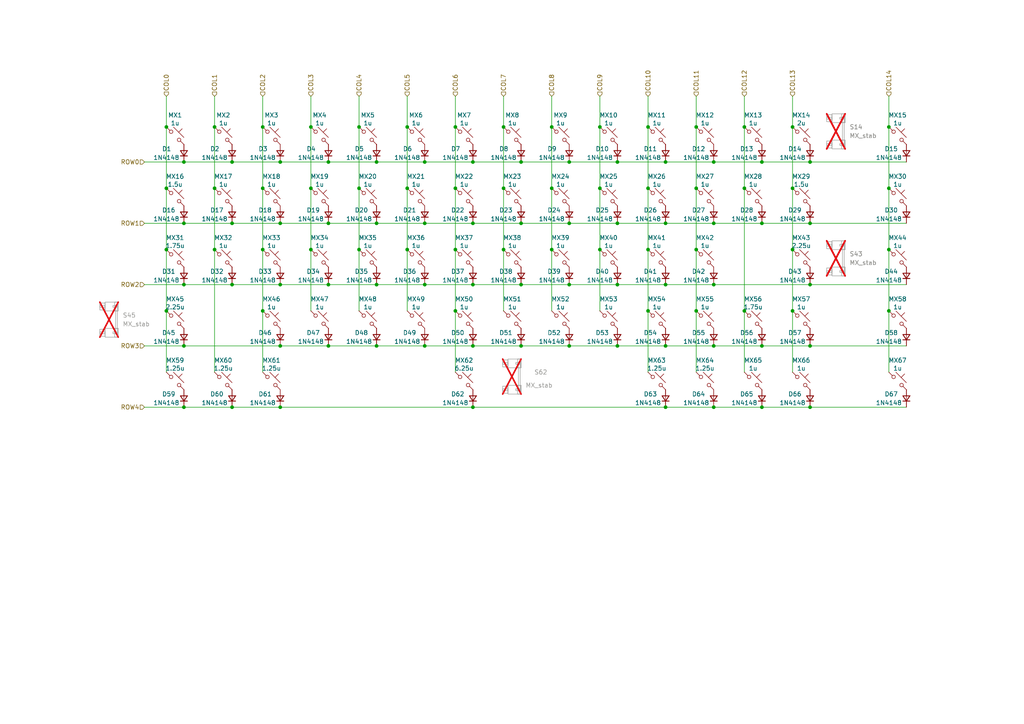
<source format=kicad_sch>
(kicad_sch (version 20231120) (generator "eeschema") (generator_version "8.0")
  (paper "A4")
  (title_block (title "Bakeneko 65 V3") (date "2020-08-01") (rev "1") (comment 1 "Copyright © 2020 kkatano") (comment 2 "MIT License"))
  (junction (at 137.16 100.33))
  (junction (at 179.07 46.99))
  (junction (at 90.17 72.39))
  (junction (at 229.87 36.83))
  (junction (at 151.13 46.99))
  (junction (at 109.22 100.33))
  (junction (at 165.1 64.77))
  (junction (at 95.25 64.77))
  (junction (at 81.28 46.99))
  (junction (at 95.25 100.33))
  (junction (at 62.23 54.61))
  (junction (at 109.22 46.99))
  (junction (at 193.04 100.33))
  (junction (at 151.13 64.77))
  (junction (at 146.05 36.83))
  (junction (at 118.11 36.83))
  (junction (at 104.14 72.39))
  (junction (at 76.2 72.39))
  (junction (at 48.26 72.39))
  (junction (at 234.95 118.11))
  (junction (at 220.98 46.99))
  (junction (at 137.16 46.99))
  (junction (at 165.1 100.33))
  (junction (at 67.31 82.55))
  (junction (at 62.23 36.83))
  (junction (at 118.11 54.61))
  (junction (at 257.81 54.61))
  (junction (at 173.99 36.83))
  (junction (at 160.02 54.61))
  (junction (at 187.96 54.61))
  (junction (at 95.25 82.55))
  (junction (at 160.02 72.39))
  (junction (at 187.96 90.17))
  (junction (at 201.93 72.39))
  (junction (at 179.07 64.77))
  (junction (at 76.2 36.83))
  (junction (at 229.87 54.61))
  (junction (at 215.9 90.17))
  (junction (at 151.13 82.55))
  (junction (at 132.08 72.39))
  (junction (at 207.01 118.11))
  (junction (at 151.13 100.33))
  (junction (at 123.19 100.33))
  (junction (at 48.26 36.83))
  (junction (at 193.04 64.77))
  (junction (at 146.05 54.61))
  (junction (at 132.08 54.61))
  (junction (at 207.01 46.99))
  (junction (at 67.31 64.77))
  (junction (at 234.95 64.77))
  (junction (at 229.87 72.39))
  (junction (at 48.26 90.17))
  (junction (at 220.98 118.11))
  (junction (at 215.9 36.83))
  (junction (at 53.34 64.77))
  (junction (at 207.01 82.55))
  (junction (at 137.16 82.55))
  (junction (at 132.08 90.17))
  (junction (at 104.14 36.83))
  (junction (at 118.11 72.39))
  (junction (at 53.34 82.55))
  (junction (at 201.93 36.83))
  (junction (at 62.23 72.39))
  (junction (at 160.02 36.83))
  (junction (at 81.28 64.77))
  (junction (at 165.1 82.55))
  (junction (at 220.98 100.33))
  (junction (at 229.87 90.17))
  (junction (at 132.08 36.83))
  (junction (at 104.14 54.61))
  (junction (at 257.81 90.17))
  (junction (at 48.26 54.61))
  (junction (at 257.81 72.39))
  (junction (at 207.01 64.77))
  (junction (at 234.95 100.33))
  (junction (at 81.28 118.11))
  (junction (at 165.1 46.99))
  (junction (at 146.05 72.39))
  (junction (at 81.28 82.55))
  (junction (at 193.04 118.11))
  (junction (at 193.04 82.55))
  (junction (at 76.2 90.17))
  (junction (at 173.99 72.39))
  (junction (at 123.19 46.99))
  (junction (at 123.19 64.77))
  (junction (at 53.34 100.33))
  (junction (at 207.01 100.33))
  (junction (at 201.93 54.61))
  (junction (at 76.2 54.61))
  (junction (at 173.99 54.61))
  (junction (at 215.9 54.61))
  (junction (at 257.81 36.83))
  (junction (at 179.07 100.33))
  (junction (at 234.95 46.99))
  (junction (at 179.07 82.55))
  (junction (at 90.17 36.83))
  (junction (at 90.17 54.61))
  (junction (at 109.22 82.55))
  (junction (at 193.04 46.99))
  (junction (at 187.96 72.39))
  (junction (at 95.25 46.99))
  (junction (at 53.34 118.11))
  (junction (at 201.93 90.17))
  (junction (at 220.98 64.77))
  (junction (at 53.34 46.99))
  (junction (at 187.96 36.83))
  (junction (at 137.16 64.77))
  (junction (at 81.28 100.33))
  (junction (at 109.22 64.77))
  (junction (at 67.31 118.11))
  (junction (at 137.16 118.11))
  (junction (at 123.19 82.55))
  (junction (at 67.31 46.99))
  (junction (at 234.95 82.55))
  (wire (pts (xy 53.34 118.11) (xy 67.31 118.11)))
  (wire (pts (xy 62.23 27.94) (xy 62.23 36.83)))
  (wire (pts (xy 187.96 72.39) (xy 187.96 90.17)))
  (wire (pts (xy 160.02 72.39) (xy 160.02 90.17)))
  (wire (pts (xy 173.99 54.61) (xy 173.99 72.39)))
  (wire (pts (xy 187.96 36.83) (xy 187.96 54.61)))
  (wire (pts (xy 76.2 54.61) (xy 76.2 72.39)))
  (wire (pts (xy 146.05 27.94) (xy 146.05 36.83)))
  (wire (pts (xy 132.08 54.61) (xy 132.08 72.39)))
  (wire (pts (xy 229.87 54.61) (xy 229.87 72.39)))
  (wire (pts (xy 132.08 72.39) (xy 132.08 90.17)))
  (wire (pts (xy 95.25 64.77) (xy 109.22 64.77)))
  (wire (pts (xy 179.07 100.33) (xy 193.04 100.33)))
  (wire (pts (xy 151.13 46.99) (xy 165.1 46.99)))
  (wire (pts (xy 41.91 64.77) (xy 53.34 64.77)))
  (wire (pts (xy 234.95 46.99) (xy 262.89 46.99)))
  (wire (pts (xy 201.93 27.94) (xy 201.93 36.83)))
  (wire (pts (xy 201.93 54.61) (xy 201.93 72.39)))
  (wire (pts (xy 193.04 100.33) (xy 207.01 100.33)))
  (wire (pts (xy 137.16 64.77) (xy 151.13 64.77)))
  (wire (pts (xy 207.01 46.99) (xy 220.98 46.99)))
  (wire (pts (xy 137.16 100.33) (xy 151.13 100.33)))
  (wire (pts (xy 146.05 36.83) (xy 146.05 54.61)))
  (wire (pts (xy 81.28 118.11) (xy 137.16 118.11)))
  (wire (pts (xy 193.04 82.55) (xy 207.01 82.55)))
  (wire (pts (xy 62.23 72.39) (xy 62.23 107.95)))
  (wire (pts (xy 179.07 46.99) (xy 193.04 46.99)))
  (wire (pts (xy 229.87 27.94) (xy 229.87 36.83)))
  (wire (pts (xy 201.93 72.39) (xy 201.93 90.17)))
  (wire (pts (xy 229.87 36.83) (xy 229.87 54.61)))
  (wire (pts (xy 104.14 27.94) (xy 104.14 36.83)))
  (wire (pts (xy 123.19 46.99) (xy 137.16 46.99)))
  (wire (pts (xy 160.02 54.61) (xy 160.02 72.39)))
  (wire (pts (xy 76.2 27.94) (xy 76.2 36.83)))
  (wire (pts (xy 220.98 100.33) (xy 234.95 100.33)))
  (wire (pts (xy 53.34 64.77) (xy 67.31 64.77)))
  (wire (pts (xy 173.99 72.39) (xy 173.99 90.17)))
  (wire (pts (xy 207.01 64.77) (xy 220.98 64.77)))
  (wire (pts (xy 257.81 27.94) (xy 257.81 36.83)))
  (wire (pts (xy 137.16 82.55) (xy 151.13 82.55)))
  (wire (pts (xy 173.99 36.83) (xy 173.99 54.61)))
  (wire (pts (xy 81.28 46.99) (xy 95.25 46.99)))
  (wire (pts (xy 257.81 54.61) (xy 257.81 72.39)))
  (wire (pts (xy 48.26 90.17) (xy 48.26 107.95)))
  (wire (pts (xy 90.17 54.61) (xy 90.17 72.39)))
  (wire (pts (xy 173.99 27.94) (xy 173.99 36.83)))
  (wire (pts (xy 193.04 64.77) (xy 207.01 64.77)))
  (wire (pts (xy 165.1 100.33) (xy 179.07 100.33)))
  (wire (pts (xy 187.96 54.61) (xy 187.96 72.39)))
  (wire (pts (xy 229.87 72.39) (xy 229.87 90.17)))
  (wire (pts (xy 201.93 90.17) (xy 201.93 107.95)))
  (wire (pts (xy 104.14 54.61) (xy 104.14 72.39)))
  (wire (pts (xy 67.31 118.11) (xy 81.28 118.11)))
  (wire (pts (xy 81.28 100.33) (xy 95.25 100.33)))
  (wire (pts (xy 207.01 82.55) (xy 234.95 82.55)))
  (wire (pts (xy 95.25 100.33) (xy 109.22 100.33)))
  (wire (pts (xy 179.07 64.77) (xy 193.04 64.77)))
  (wire (pts (xy 151.13 64.77) (xy 165.1 64.77)))
  (wire (pts (xy 76.2 36.83) (xy 76.2 54.61)))
  (wire (pts (xy 48.26 54.61) (xy 48.26 72.39)))
  (wire (pts (xy 95.25 46.99) (xy 109.22 46.99)))
  (wire (pts (xy 41.91 100.33) (xy 53.34 100.33)))
  (wire (pts (xy 48.26 72.39) (xy 48.26 90.17)))
  (wire (pts (xy 132.08 27.94) (xy 132.08 36.83)))
  (wire (pts (xy 234.95 82.55) (xy 262.89 82.55)))
  (wire (pts (xy 109.22 64.77) (xy 123.19 64.77)))
  (wire (pts (xy 41.91 118.11) (xy 53.34 118.11)))
  (wire (pts (xy 53.34 82.55) (xy 67.31 82.55)))
  (wire (pts (xy 234.95 64.77) (xy 262.89 64.77)))
  (wire (pts (xy 62.23 54.61) (xy 62.23 72.39)))
  (wire (pts (xy 137.16 118.11) (xy 193.04 118.11)))
  (wire (pts (xy 90.17 36.83) (xy 90.17 54.61)))
  (wire (pts (xy 118.11 36.83) (xy 118.11 54.61)))
  (wire (pts (xy 234.95 100.33) (xy 262.89 100.33)))
  (wire (pts (xy 132.08 36.83) (xy 132.08 54.61)))
  (wire (pts (xy 62.23 36.83) (xy 62.23 54.61)))
  (wire (pts (xy 215.9 54.61) (xy 215.9 90.17)))
  (wire (pts (xy 193.04 118.11) (xy 207.01 118.11)))
  (wire (pts (xy 207.01 118.11) (xy 220.98 118.11)))
  (wire (pts (xy 109.22 100.33) (xy 123.19 100.33)))
  (wire (pts (xy 104.14 36.83) (xy 104.14 54.61)))
  (wire (pts (xy 187.96 27.94) (xy 187.96 36.83)))
  (wire (pts (xy 229.87 90.17) (xy 229.87 107.95)))
  (wire (pts (xy 53.34 46.99) (xy 67.31 46.99)))
  (wire (pts (xy 48.26 36.83) (xy 48.26 54.61)))
  (wire (pts (xy 234.95 118.11) (xy 262.89 118.11)))
  (wire (pts (xy 90.17 27.94) (xy 90.17 36.83)))
  (wire (pts (xy 179.07 82.55) (xy 193.04 82.55)))
  (wire (pts (xy 95.25 82.55) (xy 109.22 82.55)))
  (wire (pts (xy 146.05 54.61) (xy 146.05 72.39)))
  (wire (pts (xy 123.19 82.55) (xy 137.16 82.55)))
  (wire (pts (xy 118.11 27.94) (xy 118.11 36.83)))
  (wire (pts (xy 123.19 64.77) (xy 137.16 64.77)))
  (wire (pts (xy 187.96 90.17) (xy 187.96 107.95)))
  (wire (pts (xy 81.28 64.77) (xy 95.25 64.77)))
  (wire (pts (xy 76.2 90.17) (xy 76.2 107.95)))
  (wire (pts (xy 215.9 27.94) (xy 215.9 36.83)))
  (wire (pts (xy 53.34 100.33) (xy 81.28 100.33)))
  (wire (pts (xy 67.31 82.55) (xy 81.28 82.55)))
  (wire (pts (xy 104.14 72.39) (xy 104.14 90.17)))
  (wire (pts (xy 67.31 46.99) (xy 81.28 46.99)))
  (wire (pts (xy 257.81 72.39) (xy 257.81 90.17)))
  (wire (pts (xy 118.11 72.39) (xy 118.11 90.17)))
  (wire (pts (xy 257.81 36.83) (xy 257.81 54.61)))
  (wire (pts (xy 67.31 64.77) (xy 81.28 64.77)))
  (wire (pts (xy 160.02 27.94) (xy 160.02 36.83)))
  (wire (pts (xy 215.9 36.83) (xy 215.9 54.61)))
  (wire (pts (xy 165.1 46.99) (xy 179.07 46.99)))
  (wire (pts (xy 41.91 82.55) (xy 53.34 82.55)))
  (wire (pts (xy 123.19 100.33) (xy 137.16 100.33)))
  (wire (pts (xy 48.26 27.94) (xy 48.26 36.83)))
  (wire (pts (xy 160.02 36.83) (xy 160.02 54.61)))
  (wire (pts (xy 215.9 90.17) (xy 215.9 107.95)))
  (wire (pts (xy 193.04 46.99) (xy 207.01 46.99)))
  (wire (pts (xy 109.22 46.99) (xy 123.19 46.99)))
  (wire (pts (xy 132.08 90.17) (xy 132.08 107.95)))
  (wire (pts (xy 165.1 64.77) (xy 179.07 64.77)))
  (wire (pts (xy 151.13 100.33) (xy 165.1 100.33)))
  (wire (pts (xy 41.91 46.99) (xy 53.34 46.99)))
  (wire (pts (xy 165.1 82.55) (xy 179.07 82.55)))
  (wire (pts (xy 220.98 118.11) (xy 234.95 118.11)))
  (wire (pts (xy 220.98 46.99) (xy 234.95 46.99)))
  (wire (pts (xy 220.98 64.77) (xy 234.95 64.77)))
  (wire (pts (xy 76.2 72.39) (xy 76.2 90.17)))
  (wire (pts (xy 201.93 36.83) (xy 201.93 54.61)))
  (wire (pts (xy 137.16 46.99) (xy 151.13 46.99)))
  (wire (pts (xy 90.17 72.39) (xy 90.17 90.17)))
  (wire (pts (xy 109.22 82.55) (xy 123.19 82.55)))
  (wire (pts (xy 146.05 72.39) (xy 146.05 90.17)))
  (wire (pts (xy 151.13 82.55) (xy 165.1 82.55)))
  (wire (pts (xy 118.11 54.61) (xy 118.11 72.39)))
  (wire (pts (xy 81.28 82.55) (xy 95.25 82.55)))
  (wire (pts (xy 207.01 100.33) (xy 220.98 100.33)))
  (wire (pts (xy 257.81 90.17) (xy 257.81 107.95)))
  (hierarchical_label "COL4" (shape input) (at 104.14 27.94 90))
  (hierarchical_label "COL3" (shape input) (at 90.17 27.94 90))
  (hierarchical_label "ROW2" (shape input) (at 41.91 82.55 180))
  (hierarchical_label "COL5" (shape input) (at 118.11 27.94 90))
  (hierarchical_label "COL11" (shape input) (at 201.93 27.94 90))
  (hierarchical_label "COL1" (shape input) (at 62.23 27.94 90))
  (hierarchical_label "COL2" (shape input) (at 76.2 27.94 90))
  (hierarchical_label "COL10" (shape input) (at 187.96 27.94 90))
  (hierarchical_label "COL8" (shape input) (at 160.02 27.94 90))
  (hierarchical_label "COL7" (shape input) (at 146.05 27.94 90))
  (hierarchical_label "ROW1" (shape input) (at 41.91 64.77 180))
  (hierarchical_label "COL6" (shape input) (at 132.08 27.94 90))
  (hierarchical_label "ROW4" (shape input) (at 41.91 118.11 180))
  (hierarchical_label "COL9" (shape input) (at 173.99 27.94 90))
  (hierarchical_label "COL13" (shape input) (at 229.87 27.94 90))
  (hierarchical_label "COL12" (shape input) (at 215.9 27.94 90))
  (hierarchical_label "COL14" (shape input) (at 257.81 27.94 90))
  (hierarchical_label "ROW3" (shape input) (at 41.91 100.33 180))
  (hierarchical_label "COL0" (shape input) (at 48.26 27.94 90))
  (hierarchical_label "ROW0" (shape input) (at 41.91 46.99 180))
  (symbol (lib_id "PCM_marbastlib-mx:MX_SW_HS_CPG151101S11") (at 106.68 39.37 0) (unit 1)
    (property "Reference" "MX5" (at 106.68 33.401 0))
    (property "Value" "1u" (at 106.68 35.7124 0))
    (property "Footprint" "PCM_marbastlib-mx:SW_MX_HS_CPG151101S11_1u" (effects (hide yes)))
    (property "Description" "Push button switch, normally open, two pins, 45° tilted, Kailh CPG151101S11 for Cherry MX style switches" (effects (hide yes)))
    (property "LCSC" "C5156480" (effects (hide yes)))
  )
  (symbol (lib_id "PCM_marbastlib-mx:MX_SW_HS_CPG151101S11") (at 232.41 39.37 0) (unit 1)
    (property "Reference" "MX14" (at 232.41 33.401 0))
    (property "Value" "2u" (at 232.41 35.7124 0))
    (property "Footprint" "PCM_marbastlib-mx:SW_MX_HS_CPG151101S11_1u" (effects (hide yes)))
    (property "Description" "Push button switch, normally open, two pins, 45° tilted, Kailh CPG151101S11 for Cherry MX style switches" (effects (hide yes)))
    (property "LCSC" "C5156480" (effects (hide yes)))
  )
  (symbol (lib_id "PCM_marbastlib-mx:MX_SW_HS_CPG151101S11") (at 204.47 110.49 0) (unit 1)
    (property "Reference" "MX64" (at 204.47 104.521 0))
    (property "Value" "1.25u" (at 204.47 106.8324 0))
    (property "Footprint" "PCM_marbastlib-mx:SW_MX_HS_CPG151101S11_1.25u" (effects (hide yes)))
    (property "Description" "Push button switch, normally open, two pins, 45° tilted, Kailh CPG151101S11 for Cherry MX style switches" (effects (hide yes)))
    (property "LCSC" "C5156480" (effects (hide yes)))
  )
  (symbol (lib_id "PCM_marbastlib-mx:MX_SW_HS_CPG151101S11") (at 50.8 74.93 0) (unit 1)
    (property "Reference" "MX31" (at 50.8 68.961 0))
    (property "Value" "1.75u" (at 50.8 71.2724 0))
    (property "Footprint" "PCM_marbastlib-mx:SW_MX_HS_CPG151101S11_1.75u" (effects (hide yes)))
    (property "Description" "Push button switch, normally open, two pins, 45° tilted, Kailh CPG151101S11 for Cherry MX style switches" (effects (hide yes)))
    (property "LCSC" "C5156480" (effects (hide yes)))
  )
  (symbol (lib_id "PCM_marbastlib-mx:MX_SW_HS_CPG151101S11") (at 50.8 92.71 0) (unit 1)
    (property "Reference" "MX45" (at 50.8 86.741 0))
    (property "Value" "2.25u" (at 50.8 89.0524 0))
    (property "Footprint" "PCM_marbastlib-mx:SW_MX_HS_CPG151101S11_1u" (effects (hide yes)))
    (property "Description" "Push button switch, normally open, two pins, 45° tilted, Kailh CPG151101S11 for Cherry MX style switches" (effects (hide yes)))
    (property "LCSC" "C5156480" (effects (hide yes)))
  )
  (symbol (lib_id "Device:D_Small") (at 262.89 115.57 90) (unit 1)
    (property "Reference" "D67" (at 256.54 114.3 90) (effects (justify right)))
    (property "Value" "1N4148" (at 254 116.84 90) (effects (justify right)))
    (property "Footprint" "Diode_SMD:D_SOD-123" (effects (hide yes)))
    (property "Description" "Diode, small symbol" (effects (hide yes)))
    (property "LCSC Part #" "C81598" (effects (hide yes)))
    (property "Sim.Device" "D" (effects (hide yes)))
    (property "Sim.Pins" "1=K 2=A" (effects (hide yes)))
    (property "LCSC" "C81598" (effects (hide yes)))
  )
  (symbol (lib_id "PCM_marbastlib-mx:MX_SW_HS_CPG151101S11") (at 260.35 110.49 0) (unit 1)
    (property "Reference" "MX67" (at 260.35 104.521 0))
    (property "Value" "1u" (at 260.35 106.8324 0))
    (property "Footprint" "PCM_marbastlib-mx:SW_MX_HS_CPG151101S11_1u" (effects (hide yes)))
    (property "Description" "Push button switch, normally open, two pins, 45° tilted, Kailh CPG151101S11 for Cherry MX style switches" (effects (hide yes)))
    (property "LCSC" "C5156480" (effects (hide yes)))
  )
  (symbol (lib_id "Device:D_Small") (at 234.95 115.57 90) (unit 1)
    (property "Reference" "D66" (at 228.6 114.3 90) (effects (justify right)))
    (property "Value" "1N4148" (at 226.06 116.84 90) (effects (justify right)))
    (property "Footprint" "Diode_SMD:D_SOD-123" (effects (hide yes)))
    (property "Description" "Diode, small symbol" (effects (hide yes)))
    (property "LCSC Part #" "C81598" (effects (hide yes)))
    (property "Sim.Device" "D" (effects (hide yes)))
    (property "Sim.Pins" "1=K 2=A" (effects (hide yes)))
    (property "LCSC" "C81598" (effects (hide yes)))
  )
  (symbol (lib_id "PCM_marbastlib-mx:MX_SW_HS_CPG151101S11") (at 232.41 110.49 0) (unit 1)
    (property "Reference" "MX66" (at 232.41 104.521 0))
    (property "Value" "1u" (at 232.41 106.8324 0))
    (property "Footprint" "PCM_marbastlib-mx:SW_MX_HS_CPG151101S11_1u" (effects (hide yes)))
    (property "Description" "Push button switch, normally open, two pins, 45° tilted, Kailh CPG151101S11 for Cherry MX style switches" (effects (hide yes)))
    (property "LCSC" "C5156480" (effects (hide yes)))
  )
  (symbol (lib_id "Device:D_Small") (at 220.98 115.57 90) (unit 1)
    (property "Reference" "D65" (at 214.63 114.3 90) (effects (justify right)))
    (property "Value" "1N4148" (at 212.09 116.84 90) (effects (justify right)))
    (property "Footprint" "Diode_SMD:D_SOD-123" (effects (hide yes)))
    (property "Description" "Diode, small symbol" (effects (hide yes)))
    (property "LCSC Part #" "C81598" (effects (hide yes)))
    (property "Sim.Device" "D" (effects (hide yes)))
    (property "Sim.Pins" "1=K 2=A" (effects (hide yes)))
    (property "LCSC" "C81598" (effects (hide yes)))
  )
  (symbol (lib_id "PCM_marbastlib-mx:MX_SW_HS_CPG151101S11") (at 218.44 110.49 0) (unit 1)
    (property "Reference" "MX65" (at 218.44 104.521 0))
    (property "Value" "1u" (at 218.44 106.8324 0))
    (property "Footprint" "PCM_marbastlib-mx:SW_MX_HS_CPG151101S11_1u" (effects (hide yes)))
    (property "Description" "Push button switch, normally open, two pins, 45° tilted, Kailh CPG151101S11 for Cherry MX style switches" (effects (hide yes)))
    (property "LCSC" "C5156480" (effects (hide yes)))
  )
  (symbol (lib_id "Device:D_Small") (at 207.01 115.57 90) (unit 1)
    (property "Reference" "D64" (at 200.66 114.3 90) (effects (justify right)))
    (property "Value" "1N4148" (at 198.12 116.84 90) (effects (justify right)))
    (property "Footprint" "Diode_SMD:D_SOD-123" (effects (hide yes)))
    (property "Description" "Diode, small symbol" (effects (hide yes)))
    (property "LCSC Part #" "C81598" (effects (hide yes)))
    (property "Sim.Device" "D" (effects (hide yes)))
    (property "Sim.Pins" "1=K 2=A" (effects (hide yes)))
    (property "LCSC" "C81598" (effects (hide yes)))
  )
  (symbol (lib_id "Device:D_Small") (at 193.04 115.57 90) (unit 1)
    (property "Reference" "D63" (at 186.69 114.3 90) (effects (justify right)))
    (property "Value" "1N4148" (at 184.15 116.84 90) (effects (justify right)))
    (property "Footprint" "Diode_SMD:D_SOD-123" (effects (hide yes)))
    (property "Description" "Diode, small symbol" (effects (hide yes)))
    (property "LCSC Part #" "C81598" (effects (hide yes)))
    (property "Sim.Device" "D" (effects (hide yes)))
    (property "Sim.Pins" "1=K 2=A" (effects (hide yes)))
    (property "LCSC" "C81598" (effects (hide yes)))
  )
  (symbol (lib_id "PCM_marbastlib-mx:MX_SW_HS_CPG151101S11") (at 190.5 110.49 0) (unit 1)
    (property "Reference" "MX63" (at 190.5 104.521 0))
    (property "Value" "1.25u" (at 190.5 106.8324 0))
    (property "Footprint" "PCM_marbastlib-mx:SW_MX_HS_CPG151101S11_1.25u" (effects (hide yes)))
    (property "Description" "Push button switch, normally open, two pins, 45° tilted, Kailh CPG151101S11 for Cherry MX style switches" (effects (hide yes)))
    (property "LCSC" "C5156480" (effects (hide yes)))
  )
  (symbol (lib_id "Device:D_Small") (at 137.16 115.57 90) (unit 1)
    (property "Reference" "D62" (at 130.81 114.3 90) (effects (justify right)))
    (property "Value" "1N4148" (at 128.27 116.84 90) (effects (justify right)))
    (property "Footprint" "Diode_SMD:D_SOD-123" (effects (hide yes)))
    (property "Description" "Diode, small symbol" (effects (hide yes)))
    (property "LCSC Part #" "C81598" (effects (hide yes)))
    (property "Sim.Device" "D" (effects (hide yes)))
    (property "Sim.Pins" "1=K 2=A" (effects (hide yes)))
    (property "LCSC" "C81598" (effects (hide yes)))
  )
  (symbol (lib_id "Device:D_Small") (at 81.28 115.57 90) (unit 1)
    (property "Reference" "D61" (at 74.93 114.3 90) (effects (justify right)))
    (property "Value" "1N4148" (at 72.39 116.84 90) (effects (justify right)))
    (property "Footprint" "Diode_SMD:D_SOD-123" (effects (hide yes)))
    (property "Description" "Diode, small symbol" (effects (hide yes)))
    (property "LCSC Part #" "C81598" (effects (hide yes)))
    (property "Sim.Device" "D" (effects (hide yes)))
    (property "Sim.Pins" "1=K 2=A" (effects (hide yes)))
    (property "LCSC" "C81598" (effects (hide yes)))
  )
  (symbol (lib_id "PCM_marbastlib-mx:MX_SW_HS_CPG151101S11") (at 78.74 110.49 0) (unit 1)
    (property "Reference" "MX61" (at 78.74 104.521 0))
    (property "Value" "1.25u" (at 78.74 106.8324 0))
    (property "Footprint" "PCM_marbastlib-mx:SW_MX_HS_CPG151101S11_1.25u" (effects (hide yes)))
    (property "Description" "Push button switch, normally open, two pins, 45° tilted, Kailh CPG151101S11 for Cherry MX style switches" (effects (hide yes)))
    (property "LCSC" "C5156480" (effects (hide yes)))
  )
  (symbol (lib_id "Device:D_Small") (at 67.31 115.57 90) (unit 1)
    (property "Reference" "D60" (at 60.96 114.3 90) (effects (justify right)))
    (property "Value" "1N4148" (at 58.42 116.84 90) (effects (justify right)))
    (property "Footprint" "Diode_SMD:D_SOD-123" (effects (hide yes)))
    (property "Description" "Diode, small symbol" (effects (hide yes)))
    (property "LCSC Part #" "C81598" (effects (hide yes)))
    (property "Sim.Device" "D" (effects (hide yes)))
    (property "Sim.Pins" "1=K 2=A" (effects (hide yes)))
    (property "LCSC" "C81598" (effects (hide yes)))
  )
  (symbol (lib_id "PCM_marbastlib-mx:MX_SW_HS_CPG151101S11") (at 64.77 110.49 0) (unit 1)
    (property "Reference" "MX60" (at 64.77 104.521 0))
    (property "Value" "1.25u" (at 64.77 106.8324 0))
    (property "Footprint" "PCM_marbastlib-mx:SW_MX_HS_CPG151101S11_1.25u" (effects (hide yes)))
    (property "Description" "Push button switch, normally open, two pins, 45° tilted, Kailh CPG151101S11 for Cherry MX style switches" (effects (hide yes)))
    (property "LCSC" "C5156480" (effects (hide yes)))
  )
  (symbol (lib_id "Device:D_Small") (at 53.34 115.57 90) (unit 1)
    (property "Reference" "D59" (at 46.99 114.3 90) (effects (justify right)))
    (property "Value" "1N4148" (at 44.45 116.84 90) (effects (justify right)))
    (property "Footprint" "Diode_SMD:D_SOD-123" (effects (hide yes)))
    (property "Description" "Diode, small symbol" (effects (hide yes)))
    (property "LCSC Part #" "C81598" (effects (hide yes)))
    (property "Sim.Device" "D" (effects (hide yes)))
    (property "Sim.Pins" "1=K 2=A" (effects (hide yes)))
    (property "LCSC" "C81598" (effects (hide yes)))
  )
  (symbol (lib_id "PCM_marbastlib-mx:MX_SW_HS_CPG151101S11") (at 50.8 110.49 0) (unit 1)
    (property "Reference" "MX59" (at 50.8 104.521 0))
    (property "Value" "1.25u" (at 50.8 106.8324 0))
    (property "Footprint" "PCM_marbastlib-mx:SW_MX_HS_CPG151101S11_1.25u" (effects (hide yes)))
    (property "Description" "Push button switch, normally open, two pins, 45° tilted, Kailh CPG151101S11 for Cherry MX style switches" (effects (hide yes)))
    (property "LCSC" "C5156480" (effects (hide yes)))
  )
  (symbol (lib_id "Device:D_Small") (at 262.89 97.79 90) (unit 1)
    (property "Reference" "D58" (at 256.54 96.52 90) (effects (justify right)))
    (property "Value" "1N4148" (at 254 99.06 90) (effects (justify right)))
    (property "Footprint" "Diode_SMD:D_SOD-123" (effects (hide yes)))
    (property "Description" "Diode, small symbol" (effects (hide yes)))
    (property "LCSC Part #" "C81598" (effects (hide yes)))
    (property "Sim.Device" "D" (effects (hide yes)))
    (property "Sim.Pins" "1=K 2=A" (effects (hide yes)))
    (property "LCSC" "C81598" (effects (hide yes)))
  )
  (symbol (lib_id "PCM_marbastlib-mx:MX_SW_HS_CPG151101S11") (at 260.35 92.71 0) (unit 1)
    (property "Reference" "MX58" (at 260.35 86.741 0))
    (property "Value" "1u" (at 260.35 89.0524 0))
    (property "Footprint" "PCM_marbastlib-mx:SW_MX_HS_CPG151101S11_1u" (effects (hide yes)))
    (property "Description" "Push button switch, normally open, two pins, 45° tilted, Kailh CPG151101S11 for Cherry MX style switches" (effects (hide yes)))
    (property "LCSC" "C5156480" (effects (hide yes)))
  )
  (symbol (lib_id "Device:D_Small") (at 234.95 97.79 90) (unit 1)
    (property "Reference" "D57" (at 228.6 96.52 90) (effects (justify right)))
    (property "Value" "1N4148" (at 226.06 99.06 90) (effects (justify right)))
    (property "Footprint" "Diode_SMD:D_SOD-123" (effects (hide yes)))
    (property "Description" "Diode, small symbol" (effects (hide yes)))
    (property "LCSC Part #" "C81598" (effects (hide yes)))
    (property "Sim.Device" "D" (effects (hide yes)))
    (property "Sim.Pins" "1=K 2=A" (effects (hide yes)))
    (property "LCSC" "C81598" (effects (hide yes)))
  )
  (symbol (lib_id "PCM_marbastlib-mx:MX_SW_HS_CPG151101S11") (at 232.41 92.71 0) (unit 1)
    (property "Reference" "MX57" (at 232.41 86.741 0))
    (property "Value" "1u" (at 232.41 89.0524 0))
    (property "Footprint" "PCM_marbastlib-mx:SW_MX_HS_CPG151101S11_1u" (effects (hide yes)))
    (property "Description" "Push button switch, normally open, two pins, 45° tilted, Kailh CPG151101S11 for Cherry MX style switches" (effects (hide yes)))
    (property "LCSC" "C5156480" (effects (hide yes)))
  )
  (symbol (lib_id "Device:D_Small") (at 220.98 97.79 90) (unit 1)
    (property "Reference" "D56" (at 214.63 96.52 90) (effects (justify right)))
    (property "Value" "1N4148" (at 212.09 99.06 90) (effects (justify right)))
    (property "Footprint" "Diode_SMD:D_SOD-123" (effects (hide yes)))
    (property "Description" "Diode, small symbol" (effects (hide yes)))
    (property "LCSC Part #" "C81598" (effects (hide yes)))
    (property "Sim.Device" "D" (effects (hide yes)))
    (property "Sim.Pins" "1=K 2=A" (effects (hide yes)))
    (property "LCSC" "C81598" (effects (hide yes)))
  )
  (symbol (lib_id "PCM_marbastlib-mx:MX_SW_HS_CPG151101S11") (at 218.44 92.71 0) (unit 1)
    (property "Reference" "MX56" (at 218.44 86.741 0))
    (property "Value" "1.75u" (at 218.44 89.0524 0))
    (property "Footprint" "PCM_marbastlib-mx:SW_MX_HS_CPG151101S11_1.75u" (effects (hide yes)))
    (property "Description" "Push button switch, normally open, two pins, 45° tilted, Kailh CPG151101S11 for Cherry MX style switches" (effects (hide yes)))
    (property "LCSC" "C5156480" (effects (hide yes)))
  )
  (symbol (lib_id "Device:D_Small") (at 207.01 97.79 90) (unit 1)
    (property "Reference" "D55" (at 200.66 96.52 90) (effects (justify right)))
    (property "Value" "1N4148" (at 198.12 99.06 90) (effects (justify right)))
    (property "Footprint" "Diode_SMD:D_SOD-123" (effects (hide yes)))
    (property "Description" "Diode, small symbol" (effects (hide yes)))
    (property "LCSC Part #" "C81598" (effects (hide yes)))
    (property "Sim.Device" "D" (effects (hide yes)))
    (property "Sim.Pins" "1=K 2=A" (effects (hide yes)))
    (property "LCSC" "C81598" (effects (hide yes)))
  )
  (symbol (lib_id "PCM_marbastlib-mx:MX_SW_HS_CPG151101S11") (at 204.47 92.71 0) (unit 1)
    (property "Reference" "MX55" (at 204.47 86.741 0))
    (property "Value" "1u" (at 204.47 89.0524 0))
    (property "Footprint" "PCM_marbastlib-mx:SW_MX_HS_CPG151101S11_1u" (effects (hide yes)))
    (property "Description" "Push button switch, normally open, two pins, 45° tilted, Kailh CPG151101S11 for Cherry MX style switches" (effects (hide yes)))
    (property "LCSC" "C5156480" (effects (hide yes)))
  )
  (symbol (lib_id "Device:D_Small") (at 193.04 97.79 90) (unit 1)
    (property "Reference" "D54" (at 186.69 96.52 90) (effects (justify right)))
    (property "Value" "1N4148" (at 184.15 99.06 90) (effects (justify right)))
    (property "Footprint" "Diode_SMD:D_SOD-123" (effects (hide yes)))
    (property "Description" "Diode, small symbol" (effects (hide yes)))
    (property "LCSC Part #" "C81598" (effects (hide yes)))
    (property "Sim.Device" "D" (effects (hide yes)))
    (property "Sim.Pins" "1=K 2=A" (effects (hide yes)))
    (property "LCSC" "C81598" (effects (hide yes)))
  )
  (symbol (lib_id "PCM_marbastlib-mx:MX_SW_HS_CPG151101S11") (at 190.5 92.71 0) (unit 1)
    (property "Reference" "MX54" (at 190.5 86.741 0))
    (property "Value" "1u" (at 190.5 89.0524 0))
    (property "Footprint" "PCM_marbastlib-mx:SW_MX_HS_CPG151101S11_1u" (effects (hide yes)))
    (property "Description" "Push button switch, normally open, two pins, 45° tilted, Kailh CPG151101S11 for Cherry MX style switches" (effects (hide yes)))
    (property "LCSC" "C5156480" (effects (hide yes)))
  )
  (symbol (lib_id "Device:D_Small") (at 179.07 97.79 90) (unit 1)
    (property "Reference" "D53" (at 172.72 96.52 90) (effects (justify right)))
    (property "Value" "1N4148" (at 170.18 99.06 90) (effects (justify right)))
    (property "Footprint" "Diode_SMD:D_SOD-123" (effects (hide yes)))
    (property "Description" "Diode, small symbol" (effects (hide yes)))
    (property "LCSC Part #" "C81598" (effects (hide yes)))
    (property "Sim.Device" "D" (effects (hide yes)))
    (property "Sim.Pins" "1=K 2=A" (effects (hide yes)))
    (property "LCSC" "C81598" (effects (hide yes)))
  )
  (symbol (lib_id "PCM_marbastlib-mx:MX_SW_HS_CPG151101S11") (at 176.53 92.71 0) (unit 1)
    (property "Reference" "MX53" (at 176.53 86.741 0))
    (property "Value" "1u" (at 176.53 89.0524 0))
    (property "Footprint" "PCM_marbastlib-mx:SW_MX_HS_CPG151101S11_1u" (effects (hide yes)))
    (property "Description" "Push button switch, normally open, two pins, 45° tilted, Kailh CPG151101S11 for Cherry MX style switches" (effects (hide yes)))
    (property "LCSC" "C5156480" (effects (hide yes)))
  )
  (symbol (lib_id "Device:D_Small") (at 165.1 97.79 90) (unit 1)
    (property "Reference" "D52" (at 158.75 96.52 90) (effects (justify right)))
    (property "Value" "1N4148" (at 156.21 99.06 90) (effects (justify right)))
    (property "Footprint" "Diode_SMD:D_SOD-123" (effects (hide yes)))
    (property "Description" "Diode, small symbol" (effects (hide yes)))
    (property "LCSC Part #" "C81598" (effects (hide yes)))
    (property "Sim.Device" "D" (effects (hide yes)))
    (property "Sim.Pins" "1=K 2=A" (effects (hide yes)))
    (property "LCSC" "C81598" (effects (hide yes)))
  )
  (symbol (lib_id "PCM_marbastlib-mx:MX_SW_HS_CPG151101S11") (at 162.56 92.71 0) (unit 1)
    (property "Reference" "MX52" (at 162.56 86.741 0))
    (property "Value" "1u" (at 162.56 89.0524 0))
    (property "Footprint" "PCM_marbastlib-mx:SW_MX_HS_CPG151101S11_1u" (effects (hide yes)))
    (property "Description" "Push button switch, normally open, two pins, 45° tilted, Kailh CPG151101S11 for Cherry MX style switches" (effects (hide yes)))
    (property "LCSC" "C5156480" (effects (hide yes)))
  )
  (symbol (lib_id "Device:D_Small") (at 151.13 97.79 90) (unit 1)
    (property "Reference" "D51" (at 144.78 96.52 90) (effects (justify right)))
    (property "Value" "1N4148" (at 142.24 99.06 90) (effects (justify right)))
    (property "Footprint" "Diode_SMD:D_SOD-123" (effects (hide yes)))
    (property "Description" "Diode, small symbol" (effects (hide yes)))
    (property "LCSC Part #" "C81598" (effects (hide yes)))
    (property "Sim.Device" "D" (effects (hide yes)))
    (property "Sim.Pins" "1=K 2=A" (effects (hide yes)))
    (property "LCSC" "C81598" (effects (hide yes)))
  )
  (symbol (lib_id "PCM_marbastlib-mx:MX_SW_HS_CPG151101S11") (at 148.59 92.71 0) (unit 1)
    (property "Reference" "MX51" (at 148.59 86.741 0))
    (property "Value" "1u" (at 148.59 89.0524 0))
    (property "Footprint" "PCM_marbastlib-mx:SW_MX_HS_CPG151101S11_1u" (effects (hide yes)))
    (property "Description" "Push button switch, normally open, two pins, 45° tilted, Kailh CPG151101S11 for Cherry MX style switches" (effects (hide yes)))
    (property "LCSC" "C5156480" (effects (hide yes)))
  )
  (symbol (lib_id "Device:D_Small") (at 137.16 97.79 90) (unit 1)
    (property "Reference" "D50" (at 130.81 96.52 90) (effects (justify right)))
    (property "Value" "1N4148" (at 128.27 99.06 90) (effects (justify right)))
    (property "Footprint" "Diode_SMD:D_SOD-123" (effects (hide yes)))
    (property "Description" "Diode, small symbol" (effects (hide yes)))
    (property "LCSC Part #" "C81598" (effects (hide yes)))
    (property "Sim.Device" "D" (effects (hide yes)))
    (property "Sim.Pins" "1=K 2=A" (effects (hide yes)))
    (property "LCSC" "C81598" (effects (hide yes)))
  )
  (symbol (lib_id "PCM_marbastlib-mx:MX_SW_HS_CPG151101S11") (at 134.62 92.71 0) (unit 1)
    (property "Reference" "MX50" (at 134.62 86.741 0))
    (property "Value" "1u" (at 134.62 89.0524 0))
    (property "Footprint" "PCM_marbastlib-mx:SW_MX_HS_CPG151101S11_1u" (effects (hide yes)))
    (property "Description" "Push button switch, normally open, two pins, 45° tilted, Kailh CPG151101S11 for Cherry MX style switches" (effects (hide yes)))
    (property "LCSC" "C5156480" (effects (hide yes)))
  )
  (symbol (lib_id "Device:D_Small") (at 123.19 97.79 90) (unit 1)
    (property "Reference" "D49" (at 116.84 96.52 90) (effects (justify right)))
    (property "Value" "1N4148" (at 114.3 99.06 90) (effects (justify right)))
    (property "Footprint" "Diode_SMD:D_SOD-123" (effects (hide yes)))
    (property "Description" "Diode, small symbol" (effects (hide yes)))
    (property "LCSC Part #" "C81598" (effects (hide yes)))
    (property "Sim.Device" "D" (effects (hide yes)))
    (property "Sim.Pins" "1=K 2=A" (effects (hide yes)))
    (property "LCSC" "C81598" (effects (hide yes)))
  )
  (symbol (lib_id "PCM_marbastlib-mx:MX_SW_HS_CPG151101S11") (at 120.65 92.71 0) (unit 1)
    (property "Reference" "MX49" (at 120.65 86.741 0))
    (property "Value" "1u" (at 120.65 89.0524 0))
    (property "Footprint" "PCM_marbastlib-mx:SW_MX_HS_CPG151101S11_1u" (effects (hide yes)))
    (property "Description" "Push button switch, normally open, two pins, 45° tilted, Kailh CPG151101S11 for Cherry MX style switches" (effects (hide yes)))
    (property "LCSC" "C5156480" (effects (hide yes)))
  )
  (symbol (lib_id "Device:D_Small") (at 109.22 97.79 90) (unit 1)
    (property "Reference" "D48" (at 102.87 96.52 90) (effects (justify right)))
    (property "Value" "1N4148" (at 100.33 99.06 90) (effects (justify right)))
    (property "Footprint" "Diode_SMD:D_SOD-123" (effects (hide yes)))
    (property "Description" "Diode, small symbol" (effects (hide yes)))
    (property "LCSC Part #" "C81598" (effects (hide yes)))
    (property "Sim.Device" "D" (effects (hide yes)))
    (property "Sim.Pins" "1=K 2=A" (effects (hide yes)))
    (property "LCSC" "C81598" (effects (hide yes)))
  )
  (symbol (lib_id "PCM_marbastlib-mx:MX_SW_HS_CPG151101S11") (at 106.68 92.71 0) (unit 1)
    (property "Reference" "MX48" (at 106.68 86.741 0))
    (property "Value" "1u" (at 106.68 89.0524 0))
    (property "Footprint" "PCM_marbastlib-mx:SW_MX_HS_CPG151101S11_1u" (effects (hide yes)))
    (property "Description" "Push button switch, normally open, two pins, 45° tilted, Kailh CPG151101S11 for Cherry MX style switches" (effects (hide yes)))
    (property "LCSC" "C5156480" (effects (hide yes)))
  )
  (symbol (lib_id "Device:D_Small") (at 95.25 97.79 90) (unit 1)
    (property "Reference" "D47" (at 88.9 96.52 90) (effects (justify right)))
    (property "Value" "1N4148" (at 86.36 99.06 90) (effects (justify right)))
    (property "Footprint" "Diode_SMD:D_SOD-123" (effects (hide yes)))
    (property "Description" "Diode, small symbol" (effects (hide yes)))
    (property "LCSC Part #" "C81598" (effects (hide yes)))
    (property "Sim.Device" "D" (effects (hide yes)))
    (property "Sim.Pins" "1=K 2=A" (effects (hide yes)))
    (property "LCSC" "C81598" (effects (hide yes)))
  )
  (symbol (lib_id "PCM_marbastlib-mx:MX_SW_HS_CPG151101S11") (at 92.71 92.71 0) (unit 1)
    (property "Reference" "MX47" (at 92.71 86.741 0))
    (property "Value" "1u" (at 92.71 89.0524 0))
    (property "Footprint" "PCM_marbastlib-mx:SW_MX_HS_CPG151101S11_1u" (effects (hide yes)))
    (property "Description" "Push button switch, normally open, two pins, 45° tilted, Kailh CPG151101S11 for Cherry MX style switches" (effects (hide yes)))
    (property "LCSC" "C5156480" (effects (hide yes)))
  )
  (symbol (lib_id "Device:D_Small") (at 81.28 97.79 90) (unit 1)
    (property "Reference" "D46" (at 74.93 96.52 90) (effects (justify right)))
    (property "Value" "1N4148" (at 72.39 99.06 90) (effects (justify right)))
    (property "Footprint" "Diode_SMD:D_SOD-123" (effects (hide yes)))
    (property "Description" "Diode, small symbol" (effects (hide yes)))
    (property "LCSC Part #" "C81598" (effects (hide yes)))
    (property "Sim.Device" "D" (effects (hide yes)))
    (property "Sim.Pins" "1=K 2=A" (effects (hide yes)))
    (property "LCSC" "C81598" (effects (hide yes)))
  )
  (symbol (lib_id "PCM_marbastlib-mx:MX_SW_HS_CPG151101S11") (at 78.74 92.71 0) (unit 1)
    (property "Reference" "MX46" (at 78.74 86.741 0))
    (property "Value" "1u" (at 78.74 89.0524 0))
    (property "Footprint" "PCM_marbastlib-mx:SW_MX_HS_CPG151101S11_1u" (effects (hide yes)))
    (property "Description" "Push button switch, normally open, two pins, 45° tilted, Kailh CPG151101S11 for Cherry MX style switches" (effects (hide yes)))
    (property "LCSC" "C5156480" (effects (hide yes)))
  )
  (symbol (lib_id "Device:D_Small") (at 53.34 97.79 90) (unit 1)
    (property "Reference" "D45" (at 46.99 96.52 90) (effects (justify right)))
    (property "Value" "1N4148" (at 44.45 99.06 90) (effects (justify right)))
    (property "Footprint" "Diode_SMD:D_SOD-123" (effects (hide yes)))
    (property "Description" "Diode, small symbol" (effects (hide yes)))
    (property "LCSC Part #" "C81598" (effects (hide yes)))
    (property "Sim.Device" "D" (effects (hide yes)))
    (property "Sim.Pins" "1=K 2=A" (effects (hide yes)))
    (property "LCSC" "C81598" (effects (hide yes)))
  )
  (symbol (lib_id "Device:D_Small") (at 262.89 80.01 90) (unit 1)
    (property "Reference" "D44" (at 256.54 78.74 90) (effects (justify right)))
    (property "Value" "1N4148" (at 254 81.28 90) (effects (justify right)))
    (property "Footprint" "Diode_SMD:D_SOD-123" (effects (hide yes)))
    (property "Description" "Diode, small symbol" (effects (hide yes)))
    (property "LCSC Part #" "C81598" (effects (hide yes)))
    (property "Sim.Device" "D" (effects (hide yes)))
    (property "Sim.Pins" "1=K 2=A" (effects (hide yes)))
    (property "LCSC" "C81598" (effects (hide yes)))
  )
  (symbol (lib_id "PCM_marbastlib-mx:MX_SW_HS_CPG151101S11") (at 260.35 74.93 0) (unit 1)
    (property "Reference" "MX44" (at 260.35 68.961 0))
    (property "Value" "1u" (at 260.35 71.2724 0))
    (property "Footprint" "PCM_marbastlib-mx:SW_MX_HS_CPG151101S11_1u" (effects (hide yes)))
    (property "Description" "Push button switch, normally open, two pins, 45° tilted, Kailh CPG151101S11 for Cherry MX style switches" (effects (hide yes)))
    (property "LCSC" "C5156480" (effects (hide yes)))
  )
  (symbol (lib_id "Device:D_Small") (at 234.95 80.01 90) (unit 1)
    (property "Reference" "D43" (at 228.6 78.74 90) (effects (justify right)))
    (property "Value" "1N4148" (at 226.06 81.28 90) (effects (justify right)))
    (property "Footprint" "Diode_SMD:D_SOD-123" (effects (hide yes)))
    (property "Description" "Diode, small symbol" (effects (hide yes)))
    (property "LCSC Part #" "C81598" (effects (hide yes)))
    (property "Sim.Device" "D" (effects (hide yes)))
    (property "Sim.Pins" "1=K 2=A" (effects (hide yes)))
    (property "LCSC" "C81598" (effects (hide yes)))
  )
  (symbol (lib_id "PCM_marbastlib-mx:MX_SW_HS_CPG151101S11") (at 232.41 74.93 0) (unit 1)
    (property "Reference" "MX43" (at 232.41 68.961 0))
    (property "Value" "2.25u" (at 232.41 71.2724 0))
    (property "Footprint" "PCM_marbastlib-mx:SW_MX_HS_CPG151101S11_1u" (effects (hide yes)))
    (property "Description" "Push button switch, normally open, two pins, 45° tilted, Kailh CPG151101S11 for Cherry MX style switches" (effects (hide yes)))
    (property "LCSC" "C5156480" (effects (hide yes)))
  )
  (symbol (lib_id "Device:D_Small") (at 207.01 80.01 90) (unit 1)
    (property "Reference" "D42" (at 200.66 78.74 90) (effects (justify right)))
    (property "Value" "1N4148" (at 198.12 81.28 90) (effects (justify right)))
    (property "Footprint" "Diode_SMD:D_SOD-123" (effects (hide yes)))
    (property "Description" "Diode, small symbol" (effects (hide yes)))
    (property "LCSC Part #" "C81598" (effects (hide yes)))
    (property "Sim.Device" "D" (effects (hide yes)))
    (property "Sim.Pins" "1=K 2=A" (effects (hide yes)))
    (property "LCSC" "C81598" (effects (hide yes)))
  )
  (symbol (lib_id "PCM_marbastlib-mx:MX_SW_HS_CPG151101S11") (at 204.47 74.93 0) (unit 1)
    (property "Reference" "MX42" (at 204.47 68.961 0))
    (property "Value" "1u" (at 204.47 71.2724 0))
    (property "Footprint" "PCM_marbastlib-mx:SW_MX_HS_CPG151101S11_1u" (effects (hide yes)))
    (property "Description" "Push button switch, normally open, two pins, 45° tilted, Kailh CPG151101S11 for Cherry MX style switches" (effects (hide yes)))
    (property "LCSC" "C5156480" (effects (hide yes)))
  )
  (symbol (lib_id "Device:D_Small") (at 193.04 80.01 90) (unit 1)
    (property "Reference" "D41" (at 186.69 78.74 90) (effects (justify right)))
    (property "Value" "1N4148" (at 184.15 81.28 90) (effects (justify right)))
    (property "Footprint" "Diode_SMD:D_SOD-123" (effects (hide yes)))
    (property "Description" "Diode, small symbol" (effects (hide yes)))
    (property "LCSC Part #" "C81598" (effects (hide yes)))
    (property "Sim.Device" "D" (effects (hide yes)))
    (property "Sim.Pins" "1=K 2=A" (effects (hide yes)))
    (property "LCSC" "C81598" (effects (hide yes)))
  )
  (symbol (lib_id "PCM_marbastlib-mx:MX_SW_HS_CPG151101S11") (at 190.5 74.93 0) (unit 1)
    (property "Reference" "MX41" (at 190.5 68.961 0))
    (property "Value" "1u" (at 190.5 71.2724 0))
    (property "Footprint" "PCM_marbastlib-mx:SW_MX_HS_CPG151101S11_1u" (effects (hide yes)))
    (property "Description" "Push button switch, normally open, two pins, 45° tilted, Kailh CPG151101S11 for Cherry MX style switches" (effects (hide yes)))
    (property "LCSC" "C5156480" (effects (hide yes)))
  )
  (symbol (lib_id "Device:D_Small") (at 179.07 80.01 90) (unit 1)
    (property "Reference" "D40" (at 172.72 78.74 90) (effects (justify right)))
    (property "Value" "1N4148" (at 170.18 81.28 90) (effects (justify right)))
    (property "Footprint" "Diode_SMD:D_SOD-123" (effects (hide yes)))
    (property "Description" "Diode, small symbol" (effects (hide yes)))
    (property "LCSC Part #" "C81598" (effects (hide yes)))
    (property "Sim.Device" "D" (effects (hide yes)))
    (property "Sim.Pins" "1=K 2=A" (effects (hide yes)))
    (property "LCSC" "C81598" (effects (hide yes)))
  )
  (symbol (lib_id "PCM_marbastlib-mx:MX_SW_HS_CPG151101S11") (at 176.53 74.93 0) (unit 1)
    (property "Reference" "MX40" (at 176.53 68.961 0))
    (property "Value" "1u" (at 176.53 71.2724 0))
    (property "Footprint" "PCM_marbastlib-mx:SW_MX_HS_CPG151101S11_1u" (effects (hide yes)))
    (property "Description" "Push button switch, normally open, two pins, 45° tilted, Kailh CPG151101S11 for Cherry MX style switches" (effects (hide yes)))
    (property "LCSC" "C5156480" (effects (hide yes)))
  )
  (symbol (lib_id "Device:D_Small") (at 165.1 80.01 90) (unit 1)
    (property "Reference" "D39" (at 158.75 78.74 90) (effects (justify right)))
    (property "Value" "1N4148" (at 156.21 81.28 90) (effects (justify right)))
    (property "Footprint" "Diode_SMD:D_SOD-123" (effects (hide yes)))
    (property "Description" "Diode, small symbol" (effects (hide yes)))
    (property "LCSC Part #" "C81598" (effects (hide yes)))
    (property "Sim.Device" "D" (effects (hide yes)))
    (property "Sim.Pins" "1=K 2=A" (effects (hide yes)))
    (property "LCSC" "C81598" (effects (hide yes)))
  )
  (symbol (lib_id "PCM_marbastlib-mx:MX_SW_HS_CPG151101S11") (at 162.56 74.93 0) (unit 1)
    (property "Reference" "MX39" (at 162.56 68.961 0))
    (property "Value" "1u" (at 162.56 71.2724 0))
    (property "Footprint" "PCM_marbastlib-mx:SW_MX_HS_CPG151101S11_1u" (effects (hide yes)))
    (property "Description" "Push button switch, normally open, two pins, 45° tilted, Kailh CPG151101S11 for Cherry MX style switches" (effects (hide yes)))
    (property "LCSC" "C5156480" (effects (hide yes)))
  )
  (symbol (lib_id "Device:D_Small") (at 151.13 80.01 90) (unit 1)
    (property "Reference" "D38" (at 144.78 78.74 90) (effects (justify right)))
    (property "Value" "1N4148" (at 142.24 81.28 90) (effects (justify right)))
    (property "Footprint" "Diode_SMD:D_SOD-123" (effects (hide yes)))
    (property "Description" "Diode, small symbol" (effects (hide yes)))
    (property "LCSC Part #" "C81598" (effects (hide yes)))
    (property "Sim.Device" "D" (effects (hide yes)))
    (property "Sim.Pins" "1=K 2=A" (effects (hide yes)))
    (property "LCSC" "C81598" (effects (hide yes)))
  )
  (symbol (lib_id "PCM_marbastlib-mx:MX_SW_HS_CPG151101S11") (at 148.59 74.93 0) (unit 1)
    (property "Reference" "MX38" (at 148.59 68.961 0))
    (property "Value" "1u" (at 148.59 71.2724 0))
    (property "Footprint" "PCM_marbastlib-mx:SW_MX_HS_CPG151101S11_1u" (effects (hide yes)))
    (property "Description" "Push button switch, normally open, two pins, 45° tilted, Kailh CPG151101S11 for Cherry MX style switches" (effects (hide yes)))
    (property "LCSC" "C5156480" (effects (hide yes)))
  )
  (symbol (lib_id "Device:D_Small") (at 137.16 80.01 90) (unit 1)
    (property "Reference" "D37" (at 130.81 78.74 90) (effects (justify right)))
    (property "Value" "1N4148" (at 128.27 81.28 90) (effects (justify right)))
    (property "Footprint" "Diode_SMD:D_SOD-123" (effects (hide yes)))
    (property "Description" "Diode, small symbol" (effects (hide yes)))
    (property "LCSC Part #" "C81598" (effects (hide yes)))
    (property "Sim.Device" "D" (effects (hide yes)))
    (property "Sim.Pins" "1=K 2=A" (effects (hide yes)))
    (property "LCSC" "C81598" (effects (hide yes)))
  )
  (symbol (lib_id "PCM_marbastlib-mx:MX_SW_HS_CPG151101S11") (at 134.62 74.93 0) (unit 1)
    (property "Reference" "MX37" (at 134.62 68.961 0))
    (property "Value" "1u" (at 134.62 71.2724 0))
    (property "Footprint" "PCM_marbastlib-mx:SW_MX_HS_CPG151101S11_1u" (effects (hide yes)))
    (property "Description" "Push button switch, normally open, two pins, 45° tilted, Kailh CPG151101S11 for Cherry MX style switches" (effects (hide yes)))
    (property "LCSC" "C5156480" (effects (hide yes)))
  )
  (symbol (lib_id "Device:D_Small") (at 123.19 80.01 90) (unit 1)
    (property "Reference" "D36" (at 116.84 78.74 90) (effects (justify right)))
    (property "Value" "1N4148" (at 114.3 81.28 90) (effects (justify right)))
    (property "Footprint" "Diode_SMD:D_SOD-123" (effects (hide yes)))
    (property "Description" "Diode, small symbol" (effects (hide yes)))
    (property "LCSC Part #" "C81598" (effects (hide yes)))
    (property "Sim.Device" "D" (effects (hide yes)))
    (property "Sim.Pins" "1=K 2=A" (effects (hide yes)))
    (property "LCSC" "C81598" (effects (hide yes)))
  )
  (symbol (lib_id "PCM_marbastlib-mx:MX_SW_HS_CPG151101S11") (at 120.65 74.93 0) (unit 1)
    (property "Reference" "MX36" (at 120.65 68.961 0))
    (property "Value" "1u" (at 120.65 71.2724 0))
    (property "Footprint" "PCM_marbastlib-mx:SW_MX_HS_CPG151101S11_1u" (effects (hide yes)))
    (property "Description" "Push button switch, normally open, two pins, 45° tilted, Kailh CPG151101S11 for Cherry MX style switches" (effects (hide yes)))
    (property "LCSC" "C5156480" (effects (hide yes)))
  )
  (symbol (lib_id "Device:D_Small") (at 109.22 80.01 90) (unit 1)
    (property "Reference" "D35" (at 102.87 78.74 90) (effects (justify right)))
    (property "Value" "1N4148" (at 100.33 81.28 90) (effects (justify right)))
    (property "Footprint" "Diode_SMD:D_SOD-123" (effects (hide yes)))
    (property "Description" "Diode, small symbol" (effects (hide yes)))
    (property "LCSC Part #" "C81598" (effects (hide yes)))
    (property "Sim.Device" "D" (effects (hide yes)))
    (property "Sim.Pins" "1=K 2=A" (effects (hide yes)))
    (property "LCSC" "C81598" (effects (hide yes)))
  )
  (symbol (lib_id "PCM_marbastlib-mx:MX_SW_HS_CPG151101S11") (at 106.68 74.93 0) (unit 1)
    (property "Reference" "MX35" (at 106.68 68.961 0))
    (property "Value" "1u" (at 106.68 71.2724 0))
    (property "Footprint" "PCM_marbastlib-mx:SW_MX_HS_CPG151101S11_1u" (effects (hide yes)))
    (property "Description" "Push button switch, normally open, two pins, 45° tilted, Kailh CPG151101S11 for Cherry MX style switches" (effects (hide yes)))
    (property "LCSC" "C5156480" (effects (hide yes)))
  )
  (symbol (lib_id "Device:D_Small") (at 95.25 80.01 90) (unit 1)
    (property "Reference" "D34" (at 88.9 78.74 90) (effects (justify right)))
    (property "Value" "1N4148" (at 86.36 81.28 90) (effects (justify right)))
    (property "Footprint" "Diode_SMD:D_SOD-123" (effects (hide yes)))
    (property "Description" "Diode, small symbol" (effects (hide yes)))
    (property "LCSC Part #" "C81598" (effects (hide yes)))
    (property "Sim.Device" "D" (effects (hide yes)))
    (property "Sim.Pins" "1=K 2=A" (effects (hide yes)))
    (property "LCSC" "C81598" (effects (hide yes)))
  )
  (symbol (lib_id "PCM_marbastlib-mx:MX_SW_HS_CPG151101S11") (at 92.71 74.93 0) (unit 1)
    (property "Reference" "MX34" (at 92.71 68.961 0))
    (property "Value" "1u" (at 92.71 71.2724 0))
    (property "Footprint" "PCM_marbastlib-mx:SW_MX_HS_CPG151101S11_1u" (effects (hide yes)))
    (property "Description" "Push button switch, normally open, two pins, 45° tilted, Kailh CPG151101S11 for Cherry MX style switches" (effects (hide yes)))
    (property "LCSC" "C5156480" (effects (hide yes)))
  )
  (symbol (lib_id "Device:D_Small") (at 81.28 80.01 90) (unit 1)
    (property "Reference" "D33" (at 74.93 78.74 90) (effects (justify right)))
    (property "Value" "1N4148" (at 72.39 81.28 90) (effects (justify right)))
    (property "Footprint" "Diode_SMD:D_SOD-123" (effects (hide yes)))
    (property "Description" "Diode, small symbol" (effects (hide yes)))
    (property "LCSC Part #" "C81598" (effects (hide yes)))
    (property "Sim.Device" "D" (effects (hide yes)))
    (property "Sim.Pins" "1=K 2=A" (effects (hide yes)))
    (property "LCSC" "C81598" (effects (hide yes)))
  )
  (symbol (lib_id "PCM_marbastlib-mx:MX_SW_HS_CPG151101S11") (at 78.74 74.93 0) (unit 1)
    (property "Reference" "MX33" (at 78.74 68.961 0))
    (property "Value" "1u" (at 78.74 71.2724 0))
    (property "Footprint" "PCM_marbastlib-mx:SW_MX_HS_CPG151101S11_1u" (effects (hide yes)))
    (property "Description" "Push button switch, normally open, two pins, 45° tilted, Kailh CPG151101S11 for Cherry MX style switches" (effects (hide yes)))
    (property "LCSC" "C5156480" (effects (hide yes)))
  )
  (symbol (lib_id "Device:D_Small") (at 67.31 80.01 90) (unit 1)
    (property "Reference" "D32" (at 60.96 78.74 90) (effects (justify right)))
    (property "Value" "1N4148" (at 58.42 81.28 90) (effects (justify right)))
    (property "Footprint" "Diode_SMD:D_SOD-123" (effects (hide yes)))
    (property "Description" "Diode, small symbol" (effects (hide yes)))
    (property "LCSC Part #" "C81598" (effects (hide yes)))
    (property "Sim.Device" "D" (effects (hide yes)))
    (property "Sim.Pins" "1=K 2=A" (effects (hide yes)))
    (property "LCSC" "C81598" (effects (hide yes)))
  )
  (symbol (lib_id "PCM_marbastlib-mx:MX_SW_HS_CPG151101S11") (at 64.77 74.93 0) (unit 1)
    (property "Reference" "MX32" (at 64.77 68.961 0))
    (property "Value" "1u" (at 64.77 71.2724 0))
    (property "Footprint" "PCM_marbastlib-mx:SW_MX_HS_CPG151101S11_1u" (effects (hide yes)))
    (property "Description" "Push button switch, normally open, two pins, 45° tilted, Kailh CPG151101S11 for Cherry MX style switches" (effects (hide yes)))
    (property "LCSC" "C5156480" (effects (hide yes)))
  )
  (symbol (lib_id "Device:D_Small") (at 53.34 80.01 90) (unit 1)
    (property "Reference" "D31" (at 46.99 78.74 90) (effects (justify right)))
    (property "Value" "1N4148" (at 44.45 81.28 90) (effects (justify right)))
    (property "Footprint" "Diode_SMD:D_SOD-123" (effects (hide yes)))
    (property "Description" "Diode, small symbol" (effects (hide yes)))
    (property "LCSC Part #" "C81598" (effects (hide yes)))
    (property "Sim.Device" "D" (effects (hide yes)))
    (property "Sim.Pins" "1=K 2=A" (effects (hide yes)))
    (property "LCSC" "C81598" (effects (hide yes)))
  )
  (symbol (lib_id "Device:D_Small") (at 262.89 62.23 90) (unit 1)
    (property "Reference" "D30" (at 256.54 60.96 90) (effects (justify right)))
    (property "Value" "1N4148" (at 254 63.5 90) (effects (justify right)))
    (property "Footprint" "Diode_SMD:D_SOD-123" (effects (hide yes)))
    (property "Description" "Diode, small symbol" (effects (hide yes)))
    (property "LCSC Part #" "C81598" (effects (hide yes)))
    (property "Sim.Device" "D" (effects (hide yes)))
    (property "Sim.Pins" "1=K 2=A" (effects (hide yes)))
    (property "LCSC" "C81598" (effects (hide yes)))
  )
  (symbol (lib_id "PCM_marbastlib-mx:MX_SW_HS_CPG151101S11") (at 260.35 57.15 0) (unit 1)
    (property "Reference" "MX30" (at 260.35 51.181 0))
    (property "Value" "1u" (at 260.35 53.4924 0))
    (property "Footprint" "PCM_marbastlib-mx:SW_MX_HS_CPG151101S11_1u" (effects (hide yes)))
    (property "Description" "Push button switch, normally open, two pins, 45° tilted, Kailh CPG151101S11 for Cherry MX style switches" (effects (hide yes)))
    (property "LCSC" "C5156480" (effects (hide yes)))
  )
  (symbol (lib_id "Device:D_Small") (at 234.95 62.23 90) (unit 1)
    (property "Reference" "D29" (at 228.6 60.96 90) (effects (justify right)))
    (property "Value" "1N4148" (at 226.06 63.5 90) (effects (justify right)))
    (property "Footprint" "Diode_SMD:D_SOD-123" (effects (hide yes)))
    (property "Description" "Diode, small symbol" (effects (hide yes)))
    (property "LCSC Part #" "C81598" (effects (hide yes)))
    (property "Sim.Device" "D" (effects (hide yes)))
    (property "Sim.Pins" "1=K 2=A" (effects (hide yes)))
    (property "LCSC" "C81598" (effects (hide yes)))
  )
  (symbol (lib_id "PCM_marbastlib-mx:MX_SW_HS_CPG151101S11") (at 232.41 57.15 0) (unit 1)
    (property "Reference" "MX29" (at 232.41 51.181 0))
    (property "Value" "1.5u" (at 232.41 53.4924 0))
    (property "Footprint" "PCM_marbastlib-mx:SW_MX_HS_CPG151101S11_1.5u" (effects (hide yes)))
    (property "Description" "Push button switch, normally open, two pins, 45° tilted, Kailh CPG151101S11 for Cherry MX style switches" (effects (hide yes)))
    (property "LCSC" "C5156480" (effects (hide yes)))
  )
  (symbol (lib_id "Device:D_Small") (at 220.98 62.23 90) (unit 1)
    (property "Reference" "D28" (at 214.63 60.96 90) (effects (justify right)))
    (property "Value" "1N4148" (at 212.09 63.5 90) (effects (justify right)))
    (property "Footprint" "Diode_SMD:D_SOD-123" (effects (hide yes)))
    (property "Description" "Diode, small symbol" (effects (hide yes)))
    (property "LCSC Part #" "C81598" (effects (hide yes)))
    (property "Sim.Device" "D" (effects (hide yes)))
    (property "Sim.Pins" "1=K 2=A" (effects (hide yes)))
    (property "LCSC" "C81598" (effects (hide yes)))
  )
  (symbol (lib_id "PCM_marbastlib-mx:MX_SW_HS_CPG151101S11") (at 218.44 57.15 0) (unit 1)
    (property "Reference" "MX28" (at 218.44 51.181 0))
    (property "Value" "1u" (at 218.44 53.4924 0))
    (property "Footprint" "PCM_marbastlib-mx:SW_MX_HS_CPG151101S11_1u" (effects (hide yes)))
    (property "Description" "Push button switch, normally open, two pins, 45° tilted, Kailh CPG151101S11 for Cherry MX style switches" (effects (hide yes)))
    (property "LCSC" "C5156480" (effects (hide yes)))
  )
  (symbol (lib_id "Device:D_Small") (at 207.01 62.23 90) (unit 1)
    (property "Reference" "D27" (at 200.66 60.96 90) (effects (justify right)))
    (property "Value" "1N4148" (at 198.12 63.5 90) (effects (justify right)))
    (property "Footprint" "Diode_SMD:D_SOD-123" (effects (hide yes)))
    (property "Description" "Diode, small symbol" (effects (hide yes)))
    (property "LCSC Part #" "C81598" (effects (hide yes)))
    (property "Sim.Device" "D" (effects (hide yes)))
    (property "Sim.Pins" "1=K 2=A" (effects (hide yes)))
    (property "LCSC" "C81598" (effects (hide yes)))
  )
  (symbol (lib_id "PCM_marbastlib-mx:MX_SW_HS_CPG151101S11") (at 204.47 57.15 0) (unit 1)
    (property "Reference" "MX27" (at 204.47 51.181 0))
    (property "Value" "1u" (at 204.47 53.4924 0))
    (property "Footprint" "PCM_marbastlib-mx:SW_MX_HS_CPG151101S11_1u" (effects (hide yes)))
    (property "Description" "Push button switch, normally open, two pins, 45° tilted, Kailh CPG151101S11 for Cherry MX style switches" (effects (hide yes)))
    (property "LCSC" "C5156480" (effects (hide yes)))
  )
  (symbol (lib_id "Device:D_Small") (at 193.04 62.23 90) (unit 1)
    (property "Reference" "D26" (at 186.69 60.96 90) (effects (justify right)))
    (property "Value" "1N4148" (at 184.15 63.5 90) (effects (justify right)))
    (property "Footprint" "Diode_SMD:D_SOD-123" (effects (hide yes)))
    (property "Description" "Diode, small symbol" (effects (hide yes)))
    (property "LCSC Part #" "C81598" (effects (hide yes)))
    (property "Sim.Device" "D" (effects (hide yes)))
    (property "Sim.Pins" "1=K 2=A" (effects (hide yes)))
    (property "LCSC" "C81598" (effects (hide yes)))
  )
  (symbol (lib_id "PCM_marbastlib-mx:MX_SW_HS_CPG151101S11") (at 190.5 57.15 0) (unit 1)
    (property "Reference" "MX26" (at 190.5 51.181 0))
    (property "Value" "1u" (at 190.5 53.4924 0))
    (property "Footprint" "PCM_marbastlib-mx:SW_MX_HS_CPG151101S11_1u" (effects (hide yes)))
    (property "Description" "Push button switch, normally open, two pins, 45° tilted, Kailh CPG151101S11 for Cherry MX style switches" (effects (hide yes)))
    (property "LCSC" "C5156480" (effects (hide yes)))
  )
  (symbol (lib_id "Device:D_Small") (at 179.07 62.23 90) (unit 1)
    (property "Reference" "D25" (at 172.72 60.96 90) (effects (justify right)))
    (property "Value" "1N4148" (at 170.18 63.5 90) (effects (justify right)))
    (property "Footprint" "Diode_SMD:D_SOD-123" (effects (hide yes)))
    (property "Description" "Diode, small symbol" (effects (hide yes)))
    (property "LCSC Part #" "C81598" (effects (hide yes)))
    (property "Sim.Device" "D" (effects (hide yes)))
    (property "Sim.Pins" "1=K 2=A" (effects (hide yes)))
    (property "LCSC" "C81598" (effects (hide yes)))
  )
  (symbol (lib_id "PCM_marbastlib-mx:MX_SW_HS_CPG151101S11") (at 176.53 57.15 0) (unit 1)
    (property "Reference" "MX25" (at 176.53 51.181 0))
    (property "Value" "1u" (at 176.53 53.4924 0))
    (property "Footprint" "PCM_marbastlib-mx:SW_MX_HS_CPG151101S11_1u" (effects (hide yes)))
    (property "Description" "Push button switch, normally open, two pins, 45° tilted, Kailh CPG151101S11 for Cherry MX style switches" (effects (hide yes)))
    (property "LCSC" "C5156480" (effects (hide yes)))
  )
  (symbol (lib_id "Device:D_Small") (at 165.1 62.23 90) (unit 1)
    (property "Reference" "D24" (at 158.75 60.96 90) (effects (justify right)))
    (property "Value" "1N4148" (at 156.21 63.5 90) (effects (justify right)))
    (property "Footprint" "Diode_SMD:D_SOD-123" (effects (hide yes)))
    (property "Description" "Diode, small symbol" (effects (hide yes)))
    (property "LCSC Part #" "C81598" (effects (hide yes)))
    (property "Sim.Device" "D" (effects (hide yes)))
    (property "Sim.Pins" "1=K 2=A" (effects (hide yes)))
    (property "LCSC" "C81598" (effects (hide yes)))
  )
  (symbol (lib_id "PCM_marbastlib-mx:MX_SW_HS_CPG151101S11") (at 162.56 57.15 0) (unit 1)
    (property "Reference" "MX24" (at 162.56 51.181 0))
    (property "Value" "1u" (at 162.56 53.4924 0))
    (property "Footprint" "PCM_marbastlib-mx:SW_MX_HS_CPG151101S11_1u" (effects (hide yes)))
    (property "Description" "Push button switch, normally open, two pins, 45° tilted, Kailh CPG151101S11 for Cherry MX style switches" (effects (hide yes)))
    (property "LCSC" "C5156480" (effects (hide yes)))
  )
  (symbol (lib_id "Device:D_Small") (at 151.13 62.23 90) (unit 1)
    (property "Reference" "D23" (at 144.78 60.96 90) (effects (justify right)))
    (property "Value" "1N4148" (at 142.24 63.5 90) (effects (justify right)))
    (property "Footprint" "Diode_SMD:D_SOD-123" (effects (hide yes)))
    (property "Description" "Diode, small symbol" (effects (hide yes)))
    (property "LCSC Part #" "C81598" (effects (hide yes)))
    (property "Sim.Device" "D" (effects (hide yes)))
    (property "Sim.Pins" "1=K 2=A" (effects (hide yes)))
    (property "LCSC" "C81598" (effects (hide yes)))
  )
  (symbol (lib_id "PCM_marbastlib-mx:MX_SW_HS_CPG151101S11") (at 148.59 57.15 0) (unit 1)
    (property "Reference" "MX23" (at 148.59 51.181 0))
    (property "Value" "1u" (at 148.59 53.4924 0))
    (property "Footprint" "PCM_marbastlib-mx:SW_MX_HS_CPG151101S11_1u" (effects (hide yes)))
    (property "Description" "Push button switch, normally open, two pins, 45° tilted, Kailh CPG151101S11 for Cherry MX style switches" (effects (hide yes)))
    (property "LCSC" "C5156480" (effects (hide yes)))
  )
  (symbol (lib_id "Device:D_Small") (at 137.16 62.23 90) (unit 1)
    (property "Reference" "D22" (at 130.81 60.96 90) (effects (justify right)))
    (property "Value" "1N4148" (at 128.27 63.5 90) (effects (justify right)))
    (property "Footprint" "Diode_SMD:D_SOD-123" (effects (hide yes)))
    (property "Description" "Diode, small symbol" (effects (hide yes)))
    (property "LCSC Part #" "C81598" (effects (hide yes)))
    (property "Sim.Device" "D" (effects (hide yes)))
    (property "Sim.Pins" "1=K 2=A" (effects (hide yes)))
    (property "LCSC" "C81598" (effects (hide yes)))
  )
  (symbol (lib_id "PCM_marbastlib-mx:MX_SW_HS_CPG151101S11") (at 134.62 57.15 0) (unit 1)
    (property "Reference" "MX22" (at 134.62 51.181 0))
    (property "Value" "1u" (at 134.62 53.4924 0))
    (property "Footprint" "PCM_marbastlib-mx:SW_MX_HS_CPG151101S11_1u" (effects (hide yes)))
    (property "Description" "Push button switch, normally open, two pins, 45° tilted, Kailh CPG151101S11 for Cherry MX style switches" (effects (hide yes)))
    (property "LCSC" "C5156480" (effects (hide yes)))
  )
  (symbol (lib_id "Device:D_Small") (at 123.19 62.23 90) (unit 1)
    (property "Reference" "D21" (at 116.84 60.96 90) (effects (justify right)))
    (property "Value" "1N4148" (at 114.3 63.5 90) (effects (justify right)))
    (property "Footprint" "Diode_SMD:D_SOD-123" (effects (hide yes)))
    (property "Description" "Diode, small symbol" (effects (hide yes)))
    (property "LCSC Part #" "C81598" (effects (hide yes)))
    (property "Sim.Device" "D" (effects (hide yes)))
    (property "Sim.Pins" "1=K 2=A" (effects (hide yes)))
    (property "LCSC" "C81598" (effects (hide yes)))
  )
  (symbol (lib_id "PCM_marbastlib-mx:MX_SW_HS_CPG151101S11") (at 120.65 57.15 0) (unit 1)
    (property "Reference" "MX21" (at 120.65 51.181 0))
    (property "Value" "1u" (at 120.65 53.4924 0))
    (property "Footprint" "PCM_marbastlib-mx:SW_MX_HS_CPG151101S11_1u" (effects (hide yes)))
    (property "Description" "Push button switch, normally open, two pins, 45° tilted, Kailh CPG151101S11 for Cherry MX style switches" (effects (hide yes)))
    (property "LCSC" "C5156480" (effects (hide yes)))
  )
  (symbol (lib_id "Device:D_Small") (at 109.22 62.23 90) (unit 1)
    (property "Reference" "D20" (at 102.87 60.96 90) (effects (justify right)))
    (property "Value" "1N4148" (at 100.33 63.5 90) (effects (justify right)))
    (property "Footprint" "Diode_SMD:D_SOD-123" (effects (hide yes)))
    (property "Description" "Diode, small symbol" (effects (hide yes)))
    (property "LCSC Part #" "C81598" (effects (hide yes)))
    (property "Sim.Device" "D" (effects (hide yes)))
    (property "Sim.Pins" "1=K 2=A" (effects (hide yes)))
    (property "LCSC" "C81598" (effects (hide yes)))
  )
  (symbol (lib_id "PCM_marbastlib-mx:MX_SW_HS_CPG151101S11") (at 106.68 57.15 0) (unit 1)
    (property "Reference" "MX20" (at 106.68 51.181 0))
    (property "Value" "1u" (at 106.68 53.4924 0))
    (property "Footprint" "PCM_marbastlib-mx:SW_MX_HS_CPG151101S11_1u" (effects (hide yes)))
    (property "Description" "Push button switch, normally open, two pins, 45° tilted, Kailh CPG151101S11 for Cherry MX style switches" (effects (hide yes)))
    (property "LCSC" "C5156480" (effects (hide yes)))
  )
  (symbol (lib_id "Device:D_Small") (at 95.25 62.23 90) (unit 1)
    (property "Reference" "D19" (at 88.9 60.96 90) (effects (justify right)))
    (property "Value" "1N4148" (at 86.36 63.5 90) (effects (justify right)))
    (property "Footprint" "Diode_SMD:D_SOD-123" (effects (hide yes)))
    (property "Description" "Diode, small symbol" (effects (hide yes)))
    (property "LCSC Part #" "C81598" (effects (hide yes)))
    (property "Sim.Device" "D" (effects (hide yes)))
    (property "Sim.Pins" "1=K 2=A" (effects (hide yes)))
    (property "LCSC" "C81598" (effects (hide yes)))
  )
  (symbol (lib_id "PCM_marbastlib-mx:MX_SW_HS_CPG151101S11") (at 92.71 57.15 0) (unit 1)
    (property "Reference" "MX19" (at 92.71 51.181 0))
    (property "Value" "1u" (at 92.71 53.4924 0))
    (property "Footprint" "PCM_marbastlib-mx:SW_MX_HS_CPG151101S11_1u" (effects (hide yes)))
    (property "Description" "Push button switch, normally open, two pins, 45° tilted, Kailh CPG151101S11 for Cherry MX style switches" (effects (hide yes)))
    (property "LCSC" "C5156480" (effects (hide yes)))
  )
  (symbol (lib_id "Device:D_Small") (at 81.28 62.23 90) (unit 1)
    (property "Reference" "D18" (at 74.93 60.96 90) (effects (justify right)))
    (property "Value" "1N4148" (at 72.39 63.5 90) (effects (justify right)))
    (property "Footprint" "Diode_SMD:D_SOD-123" (effects (hide yes)))
    (property "Description" "Diode, small symbol" (effects (hide yes)))
    (property "LCSC Part #" "C81598" (effects (hide yes)))
    (property "Sim.Device" "D" (effects (hide yes)))
    (property "Sim.Pins" "1=K 2=A" (effects (hide yes)))
    (property "LCSC" "C81598" (effects (hide yes)))
  )
  (symbol (lib_id "PCM_marbastlib-mx:MX_SW_HS_CPG151101S11") (at 78.74 57.15 0) (unit 1)
    (property "Reference" "MX18" (at 78.74 51.181 0))
    (property "Value" "1u" (at 78.74 53.4924 0))
    (property "Footprint" "PCM_marbastlib-mx:SW_MX_HS_CPG151101S11_1u" (effects (hide yes)))
    (property "Description" "Push button switch, normally open, two pins, 45° tilted, Kailh CPG151101S11 for Cherry MX style switches" (effects (hide yes)))
    (property "LCSC" "C5156480" (effects (hide yes)))
  )
  (symbol (lib_id "Device:D_Small") (at 67.31 62.23 90) (unit 1)
    (property "Reference" "D17" (at 60.96 60.96 90) (effects (justify right)))
    (property "Value" "1N4148" (at 58.42 63.5 90) (effects (justify right)))
    (property "Footprint" "Diode_SMD:D_SOD-123" (effects (hide yes)))
    (property "Description" "Diode, small symbol" (effects (hide yes)))
    (property "LCSC Part #" "C81598" (effects (hide yes)))
    (property "Sim.Device" "D" (effects (hide yes)))
    (property "Sim.Pins" "1=K 2=A" (effects (hide yes)))
    (property "LCSC" "C81598" (effects (hide yes)))
  )
  (symbol (lib_id "PCM_marbastlib-mx:MX_SW_HS_CPG151101S11") (at 64.77 57.15 0) (unit 1)
    (property "Reference" "MX17" (at 64.77 51.181 0))
    (property "Value" "1u" (at 64.77 53.4924 0))
    (property "Footprint" "PCM_marbastlib-mx:SW_MX_HS_CPG151101S11_1u" (effects (hide yes)))
    (property "Description" "Push button switch, normally open, two pins, 45° tilted, Kailh CPG151101S11 for Cherry MX style switches" (effects (hide yes)))
    (property "LCSC" "C5156480" (effects (hide yes)))
  )
  (symbol (lib_id "Device:D_Small") (at 53.34 62.23 90) (unit 1)
    (property "Reference" "D16" (at 46.99 60.96 90) (effects (justify right)))
    (property "Value" "1N4148" (at 44.45 63.5 90) (effects (justify right)))
    (property "Footprint" "Diode_SMD:D_SOD-123" (effects (hide yes)))
    (property "Description" "Diode, small symbol" (effects (hide yes)))
    (property "LCSC Part #" "C81598" (effects (hide yes)))
    (property "Sim.Device" "D" (effects (hide yes)))
    (property "Sim.Pins" "1=K 2=A" (effects (hide yes)))
    (property "LCSC" "C81598" (effects (hide yes)))
  )
  (symbol (lib_id "Device:D_Small") (at 262.89 44.45 90) (unit 1)
    (property "Reference" "D15" (at 256.54 43.18 90) (effects (justify right)))
    (property "Value" "1N4148" (at 254 45.72 90) (effects (justify right)))
    (property "Footprint" "Diode_SMD:D_SOD-123" (effects (hide yes)))
    (property "Description" "Diode, small symbol" (effects (hide yes)))
    (property "LCSC Part #" "C81598" (effects (hide yes)))
    (property "Sim.Device" "D" (effects (hide yes)))
    (property "Sim.Pins" "1=K 2=A" (effects (hide yes)))
    (property "LCSC" "C81598" (effects (hide yes)))
  )
  (symbol (lib_id "PCM_marbastlib-mx:MX_SW_HS_CPG151101S11") (at 260.35 39.37 0) (unit 1)
    (property "Reference" "MX15" (at 260.35 33.401 0))
    (property "Value" "1u" (at 260.35 35.7124 0))
    (property "Footprint" "PCM_marbastlib-mx:SW_MX_HS_CPG151101S11_1u" (effects (hide yes)))
    (property "Description" "Push button switch, normally open, two pins, 45° tilted, Kailh CPG151101S11 for Cherry MX style switches" (effects (hide yes)))
    (property "LCSC" "C5156480" (effects (hide yes)))
  )
  (symbol (lib_id "Device:D_Small") (at 234.95 44.45 90) (unit 1)
    (property "Reference" "D14" (at 228.6 43.18 90) (effects (justify right)))
    (property "Value" "1N4148" (at 226.06 45.72 90) (effects (justify right)))
    (property "Footprint" "Diode_SMD:D_SOD-123" (effects (hide yes)))
    (property "Description" "Diode, small symbol" (effects (hide yes)))
    (property "LCSC Part #" "C81598" (effects (hide yes)))
    (property "Sim.Device" "D" (effects (hide yes)))
    (property "Sim.Pins" "1=K 2=A" (effects (hide yes)))
    (property "LCSC" "C81598" (effects (hide yes)))
  )
  (symbol (lib_id "Device:D_Small") (at 220.98 44.45 90) (unit 1)
    (property "Reference" "D13" (at 214.63 43.18 90) (effects (justify right)))
    (property "Value" "1N4148" (at 212.09 45.72 90) (effects (justify right)))
    (property "Footprint" "Diode_SMD:D_SOD-123" (effects (hide yes)))
    (property "Description" "Diode, small symbol" (effects (hide yes)))
    (property "LCSC Part #" "C81598" (effects (hide yes)))
    (property "Sim.Device" "D" (effects (hide yes)))
    (property "Sim.Pins" "1=K 2=A" (effects (hide yes)))
    (property "LCSC" "C81598" (effects (hide yes)))
  )
  (symbol (lib_id "PCM_marbastlib-mx:MX_SW_HS_CPG151101S11") (at 218.44 39.37 0) (unit 1)
    (property "Reference" "MX13" (at 218.44 33.401 0))
    (property "Value" "1u" (at 218.44 35.7124 0))
    (property "Footprint" "PCM_marbastlib-mx:SW_MX_HS_CPG151101S11_1u" (effects (hide yes)))
    (property "Description" "Push button switch, normally open, two pins, 45° tilted, Kailh CPG151101S11 for Cherry MX style switches" (effects (hide yes)))
    (property "LCSC" "C5156480" (effects (hide yes)))
  )
  (symbol (lib_id "Device:D_Small") (at 207.01 44.45 90) (unit 1)
    (property "Reference" "D12" (at 200.66 43.18 90) (effects (justify right)))
    (property "Value" "1N4148" (at 198.12 45.72 90) (effects (justify right)))
    (property "Footprint" "Diode_SMD:D_SOD-123" (effects (hide yes)))
    (property "Description" "Diode, small symbol" (effects (hide yes)))
    (property "LCSC Part #" "C81598" (effects (hide yes)))
    (property "Sim.Device" "D" (effects (hide yes)))
    (property "Sim.Pins" "1=K 2=A" (effects (hide yes)))
    (property "LCSC" "C81598" (effects (hide yes)))
  )
  (symbol (lib_id "PCM_marbastlib-mx:MX_SW_HS_CPG151101S11") (at 204.47 39.37 0) (unit 1)
    (property "Reference" "MX12" (at 204.47 33.401 0))
    (property "Value" "1u" (at 204.47 35.7124 0))
    (property "Footprint" "PCM_marbastlib-mx:SW_MX_HS_CPG151101S11_1u" (effects (hide yes)))
    (property "Description" "Push button switch, normally open, two pins, 45° tilted, Kailh CPG151101S11 for Cherry MX style switches" (effects (hide yes)))
    (property "LCSC" "C5156480" (effects (hide yes)))
  )
  (symbol (lib_id "Device:D_Small") (at 193.04 44.45 90) (unit 1)
    (property "Reference" "D11" (at 186.69 43.18 90) (effects (justify right)))
    (property "Value" "1N4148" (at 184.15 45.72 90) (effects (justify right)))
    (property "Footprint" "Diode_SMD:D_SOD-123" (effects (hide yes)))
    (property "Description" "Diode, small symbol" (effects (hide yes)))
    (property "LCSC Part #" "C81598" (effects (hide yes)))
    (property "Sim.Device" "D" (effects (hide yes)))
    (property "Sim.Pins" "1=K 2=A" (effects (hide yes)))
    (property "LCSC" "C81598" (effects (hide yes)))
  )
  (symbol (lib_id "PCM_marbastlib-mx:MX_SW_HS_CPG151101S11") (at 190.5 39.37 0) (unit 1)
    (property "Reference" "MX11" (at 190.5 33.401 0))
    (property "Value" "1u" (at 190.5 35.7124 0))
    (property "Footprint" "PCM_marbastlib-mx:SW_MX_HS_CPG151101S11_1u" (effects (hide yes)))
    (property "Description" "Push button switch, normally open, two pins, 45° tilted, Kailh CPG151101S11 for Cherry MX style switches" (effects (hide yes)))
    (property "LCSC" "C5156480" (effects (hide yes)))
  )
  (symbol (lib_id "Device:D_Small") (at 179.07 44.45 90) (unit 1)
    (property "Reference" "D10" (at 172.72 43.18 90) (effects (justify right)))
    (property "Value" "1N4148" (at 170.18 45.72 90) (effects (justify right)))
    (property "Footprint" "Diode_SMD:D_SOD-123" (effects (hide yes)))
    (property "Description" "Diode, small symbol" (effects (hide yes)))
    (property "LCSC Part #" "C81598" (effects (hide yes)))
    (property "Sim.Device" "D" (effects (hide yes)))
    (property "Sim.Pins" "1=K 2=A" (effects (hide yes)))
    (property "LCSC" "C81598" (effects (hide yes)))
  )
  (symbol (lib_id "PCM_marbastlib-mx:MX_SW_HS_CPG151101S11") (at 176.53 39.37 0) (unit 1)
    (property "Reference" "MX10" (at 176.53 33.401 0))
    (property "Value" "1u" (at 176.53 35.7124 0))
    (property "Footprint" "PCM_marbastlib-mx:SW_MX_HS_CPG151101S11_1u" (effects (hide yes)))
    (property "Description" "Push button switch, normally open, two pins, 45° tilted, Kailh CPG151101S11 for Cherry MX style switches" (effects (hide yes)))
    (property "LCSC" "C5156480" (effects (hide yes)))
  )
  (symbol (lib_id "Device:D_Small") (at 165.1 44.45 90) (unit 1)
    (property "Reference" "D9" (at 158.75 43.18 90) (effects (justify right)))
    (property "Value" "1N4148" (at 156.21 45.72 90) (effects (justify right)))
    (property "Footprint" "Diode_SMD:D_SOD-123" (effects (hide yes)))
    (property "Description" "Diode, small symbol" (effects (hide yes)))
    (property "LCSC Part #" "C81598" (effects (hide yes)))
    (property "Sim.Device" "D" (effects (hide yes)))
    (property "Sim.Pins" "1=K 2=A" (effects (hide yes)))
    (property "LCSC" "C81598" (effects (hide yes)))
  )
  (symbol (lib_id "PCM_marbastlib-mx:MX_SW_HS_CPG151101S11") (at 162.56 39.37 0) (unit 1)
    (property "Reference" "MX9" (at 162.56 33.401 0))
    (property "Value" "1u" (at 162.56 35.7124 0))
    (property "Footprint" "PCM_marbastlib-mx:SW_MX_HS_CPG151101S11_1u" (effects (hide yes)))
    (property "Description" "Push button switch, normally open, two pins, 45° tilted, Kailh CPG151101S11 for Cherry MX style switches" (effects (hide yes)))
    (property "LCSC" "C5156480" (effects (hide yes)))
  )
  (symbol (lib_id "Device:D_Small") (at 151.13 44.45 90) (unit 1)
    (property "Reference" "D8" (at 144.78 43.18 90) (effects (justify right)))
    (property "Value" "1N4148" (at 142.24 45.72 90) (effects (justify right)))
    (property "Footprint" "Diode_SMD:D_SOD-123" (effects (hide yes)))
    (property "Description" "Diode, small symbol" (effects (hide yes)))
    (property "LCSC Part #" "C81598" (effects (hide yes)))
    (property "Sim.Device" "D" (effects (hide yes)))
    (property "Sim.Pins" "1=K 2=A" (effects (hide yes)))
    (property "LCSC" "C81598" (effects (hide yes)))
  )
  (symbol (lib_id "PCM_marbastlib-mx:MX_SW_HS_CPG151101S11") (at 148.59 39.37 0) (unit 1)
    (property "Reference" "MX8" (at 148.59 33.401 0))
    (property "Value" "1u" (at 148.59 35.7124 0))
    (property "Footprint" "PCM_marbastlib-mx:SW_MX_HS_CPG151101S11_1u" (effects (hide yes)))
    (property "Description" "Push button switch, normally open, two pins, 45° tilted, Kailh CPG151101S11 for Cherry MX style switches" (effects (hide yes)))
    (property "LCSC" "C5156480" (effects (hide yes)))
  )
  (symbol (lib_id "Device:D_Small") (at 137.16 44.45 90) (unit 1)
    (property "Reference" "D7" (at 130.81 43.18 90) (effects (justify right)))
    (property "Value" "1N4148" (at 128.27 45.72 90) (effects (justify right)))
    (property "Footprint" "Diode_SMD:D_SOD-123" (effects (hide yes)))
    (property "Description" "Diode, small symbol" (effects (hide yes)))
    (property "LCSC Part #" "C81598" (effects (hide yes)))
    (property "Sim.Device" "D" (effects (hide yes)))
    (property "Sim.Pins" "1=K 2=A" (effects (hide yes)))
    (property "LCSC" "C81598" (effects (hide yes)))
  )
  (symbol (lib_id "PCM_marbastlib-mx:MX_SW_HS_CPG151101S11") (at 134.62 39.37 0) (unit 1)
    (property "Reference" "MX7" (at 134.62 33.401 0))
    (property "Value" "1u" (at 134.62 35.7124 0))
    (property "Footprint" "PCM_marbastlib-mx:SW_MX_HS_CPG151101S11_1u" (effects (hide yes)))
    (property "Description" "Push button switch, normally open, two pins, 45° tilted, Kailh CPG151101S11 for Cherry MX style switches" (effects (hide yes)))
    (property "LCSC" "C5156480" (effects (hide yes)))
  )
  (symbol (lib_id "Device:D_Small") (at 123.19 44.45 90) (unit 1)
    (property "Reference" "D6" (at 116.84 43.18 90) (effects (justify right)))
    (property "Value" "1N4148" (at 114.3 45.72 90) (effects (justify right)))
    (property "Footprint" "Diode_SMD:D_SOD-123" (effects (hide yes)))
    (property "Description" "Diode, small symbol" (effects (hide yes)))
    (property "LCSC Part #" "C81598" (effects (hide yes)))
    (property "Sim.Device" "D" (effects (hide yes)))
    (property "Sim.Pins" "1=K 2=A" (effects (hide yes)))
    (property "LCSC" "C81598" (effects (hide yes)))
  )
  (symbol (lib_id "PCM_marbastlib-mx:MX_SW_HS_CPG151101S11") (at 120.65 39.37 0) (unit 1)
    (property "Reference" "MX6" (at 120.65 33.401 0))
    (property "Value" "1u" (at 120.65 35.7124 0))
    (property "Footprint" "PCM_marbastlib-mx:SW_MX_HS_CPG151101S11_1u" (effects (hide yes)))
    (property "Description" "Push button switch, normally open, two pins, 45° tilted, Kailh CPG151101S11 for Cherry MX style switches" (effects (hide yes)))
    (property "LCSC" "C5156480" (effects (hide yes)))
  )
  (symbol (lib_id "Device:D_Small") (at 109.22 44.45 90) (unit 1)
    (property "Reference" "D5" (at 102.87 43.18 90) (effects (justify right)))
    (property "Value" "1N4148" (at 100.33 45.72 90) (effects (justify right)))
    (property "Footprint" "Diode_SMD:D_SOD-123" (effects (hide yes)))
    (property "Description" "Diode, small symbol" (effects (hide yes)))
    (property "LCSC Part #" "C81598" (effects (hide yes)))
    (property "Sim.Device" "D" (effects (hide yes)))
    (property "Sim.Pins" "1=K 2=A" (effects (hide yes)))
    (property "LCSC" "C81598" (effects (hide yes)))
  )
  (symbol (lib_id "Device:D_Small") (at 95.25 44.45 90) (unit 1)
    (property "Reference" "D4" (at 88.9 43.18 90) (effects (justify right)))
    (property "Value" "1N4148" (at 86.36 45.72 90) (effects (justify right)))
    (property "Footprint" "Diode_SMD:D_SOD-123" (effects (hide yes)))
    (property "Description" "Diode, small symbol" (effects (hide yes)))
    (property "LCSC Part #" "C81598" (effects (hide yes)))
    (property "Sim.Device" "D" (effects (hide yes)))
    (property "Sim.Pins" "1=K 2=A" (effects (hide yes)))
    (property "LCSC" "C81598" (effects (hide yes)))
  )
  (symbol (lib_id "PCM_marbastlib-mx:MX_SW_HS_CPG151101S11") (at 92.71 39.37 0) (unit 1)
    (property "Reference" "MX4" (at 92.71 33.401 0))
    (property "Value" "1u" (at 92.71 35.7124 0))
    (property "Footprint" "PCM_marbastlib-mx:SW_MX_HS_CPG151101S11_1u" (effects (hide yes)))
    (property "Description" "Push button switch, normally open, two pins, 45° tilted, Kailh CPG151101S11 for Cherry MX style switches" (effects (hide yes)))
    (property "LCSC" "C5156480" (effects (hide yes)))
  )
  (symbol (lib_id "Device:D_Small") (at 81.28 44.45 90) (unit 1)
    (property "Reference" "D3" (at 74.93 43.18 90) (effects (justify right)))
    (property "Value" "1N4148" (at 72.39 45.72 90) (effects (justify right)))
    (property "Footprint" "Diode_SMD:D_SOD-123" (effects (hide yes)))
    (property "Description" "Diode, small symbol" (effects (hide yes)))
    (property "LCSC Part #" "C81598" (effects (hide yes)))
    (property "Sim.Device" "D" (effects (hide yes)))
    (property "Sim.Pins" "1=K 2=A" (effects (hide yes)))
    (property "LCSC" "C81598" (effects (hide yes)))
  )
  (symbol (lib_id "PCM_marbastlib-mx:MX_SW_HS_CPG151101S11") (at 78.74 39.37 0) (unit 1)
    (property "Reference" "MX3" (at 78.74 33.401 0))
    (property "Value" "1u" (at 78.74 35.7124 0))
    (property "Footprint" "PCM_marbastlib-mx:SW_MX_HS_CPG151101S11_1u" (effects (hide yes)))
    (property "Description" "Push button switch, normally open, two pins, 45° tilted, Kailh CPG151101S11 for Cherry MX style switches" (effects (hide yes)))
    (property "LCSC" "C5156480" (effects (hide yes)))
  )
  (symbol (lib_id "Device:D_Small") (at 67.31 44.45 90) (unit 1)
    (property "Reference" "D2" (at 60.96 43.18 90) (effects (justify right)))
    (property "Value" "1N4148" (at 58.42 45.72 90) (effects (justify right)))
    (property "Footprint" "Diode_SMD:D_SOD-123" (effects (hide yes)))
    (property "Description" "Diode, small symbol" (effects (hide yes)))
    (property "LCSC Part #" "C81598" (effects (hide yes)))
    (property "Sim.Device" "D" (effects (hide yes)))
    (property "Sim.Pins" "1=K 2=A" (effects (hide yes)))
    (property "LCSC" "C81598" (effects (hide yes)))
  )
  (symbol (lib_id "PCM_marbastlib-mx:MX_SW_HS_CPG151101S11") (at 64.77 39.37 0) (unit 1)
    (property "Reference" "MX2" (at 64.77 33.401 0))
    (property "Value" "1u" (at 64.77 35.7124 0))
    (property "Footprint" "PCM_marbastlib-mx:SW_MX_HS_CPG151101S11_1u" (effects (hide yes)))
    (property "Description" "Push button switch, normally open, two pins, 45° tilted, Kailh CPG151101S11 for Cherry MX style switches" (effects (hide yes)))
    (property "LCSC" "C5156480" (effects (hide yes)))
  )
  (symbol (lib_id "Device:D_Small") (at 53.34 44.45 90) (unit 1)
    (property "Reference" "D1" (at 46.99 43.18 90) (effects (justify right)))
    (property "Value" "1N4148" (at 44.45 45.72 90) (effects (justify right)))
    (property "Footprint" "Diode_SMD:D_SOD-123" (effects (hide yes)))
    (property "Description" "Diode, small symbol" (effects (hide yes)))
    (property "LCSC Part #" "C81598" (effects (hide yes)))
    (property "Sim.Device" "D" (effects (hide yes)))
    (property "Sim.Pins" "1=K 2=A" (effects (hide yes)))
    (property "LCSC" "C81598" (effects (hide yes)))
  )
  (symbol (lib_id "PCM_marbastlib-mx:MX_SW_HS_CPG151101S11") (at 50.8 39.37 0) (unit 1)
    (property "Reference" "MX1" (at 50.8 33.401 0))
    (property "Value" "1u" (at 50.8 35.7124 0))
    (property "Footprint" "PCM_marbastlib-mx:SW_MX_HS_CPG151101S11_1u" (effects (hide yes)))
    (property "Description" "Push button switch, normally open, two pins, 45° tilted, Kailh CPG151101S11 for Cherry MX style switches" (effects (hide yes)))
    (property "LCSC" "C5156480" (effects (hide yes)))
  )
  (symbol (lib_id "PCM_marbastlib-mx:MX_SW_HS_CPG151101S11") (at 134.62 110.49 0) (unit 1)
    (property "Reference" "MX62" (at 134.62 104.521 0))
    (property "Value" "6.25u" (at 134.62 106.8324 0))
    (property "Footprint" "PCM_marbastlib-mx:SW_MX_HS_CPG151101S11_1u" (effects (hide yes)))
    (property "Description" "Push button switch, normally open, two pins, 45° tilted, Kailh CPG151101S11 for Cherry MX style switches" (effects (hide yes)))
    (property "LCSC" "C5156480" (effects (hide yes)))
  )
  (symbol (lib_id "PCM_marbastlib-mx:MX_stab") (at 148.59 109.22 90) (unit 1) (dnp yes)
    (property "Reference" "S62" (at 154.94 107.95 90) (effects (justify right)))
    (property "Value" "MX_stab" (at 152.4 111.76 90) (effects (justify right)))
    (property "Footprint" "PCM_marbastlib-mx:STAB_MX_P_6.25u" (effects (hide yes)))
    (property "Description" "Cherry MX-style stabilizer" (effects (hide yes)))
  )
  (symbol (lib_id "PCM_marbastlib-mx:MX_stab") (at 242.57 74.93 90) (unit 1) (dnp yes)
    (property "Reference" "S43" (at 246.38 73.6599 90) (effects (justify right)))
    (property "Value" "MX_stab" (at 246.38 76.1999 90) (effects (justify right)))
    (property "Footprint" "PCM_marbastlib-mx:STAB_MX_P_2.25u" (effects (hide yes)))
    (property "Description" "Cherry MX-style stabilizer" (effects (hide yes)))
  )
  (symbol (lib_id "PCM_marbastlib-mx:MX_SW_HS_CPG151101S11") (at 50.8 57.15 0) (unit 1)
    (property "Reference" "MX16" (at 50.8 51.181 0))
    (property "Value" "1.5u" (at 50.8 53.4924 0))
    (property "Footprint" "PCM_marbastlib-mx:SW_MX_HS_CPG151101S11_1.5u" (effects (hide yes)))
    (property "Description" "Push button switch, normally open, two pins, 45° tilted, Kailh CPG151101S11 for Cherry MX style switches" (effects (hide yes)))
    (property "LCSC" "C5156480" (effects (hide yes)))
  )
  (symbol (lib_id "PCM_marbastlib-mx:MX_stab") (at 31.75 92.71 90) (unit 1) (dnp yes)
    (property "Reference" "S45" (at 35.56 91.4399 90) (effects (justify right)))
    (property "Value" "MX_stab" (at 35.56 93.9799 90) (effects (justify right)))
    (property "Footprint" "PCM_marbastlib-mx:STAB_MX_P_2.25u" (effects (hide yes)))
    (property "Description" "Cherry MX-style stabilizer" (effects (hide yes)))
  )
  (symbol (lib_id "PCM_marbastlib-mx:MX_stab") (at 242.57 38.1 90) (unit 1) (dnp yes)
    (property "Reference" "S14" (at 246.38 36.8299 90) (effects (justify right)))
    (property "Value" "MX_stab" (at 246.38 39.3699 90) (effects (justify right)))
    (property "Footprint" "PCM_marbastlib-mx:STAB_MX_P_2u" (effects (hide yes)))
    (property "Description" "Cherry MX-style stabilizer" (effects (hide yes)))
  )
)
</source>
